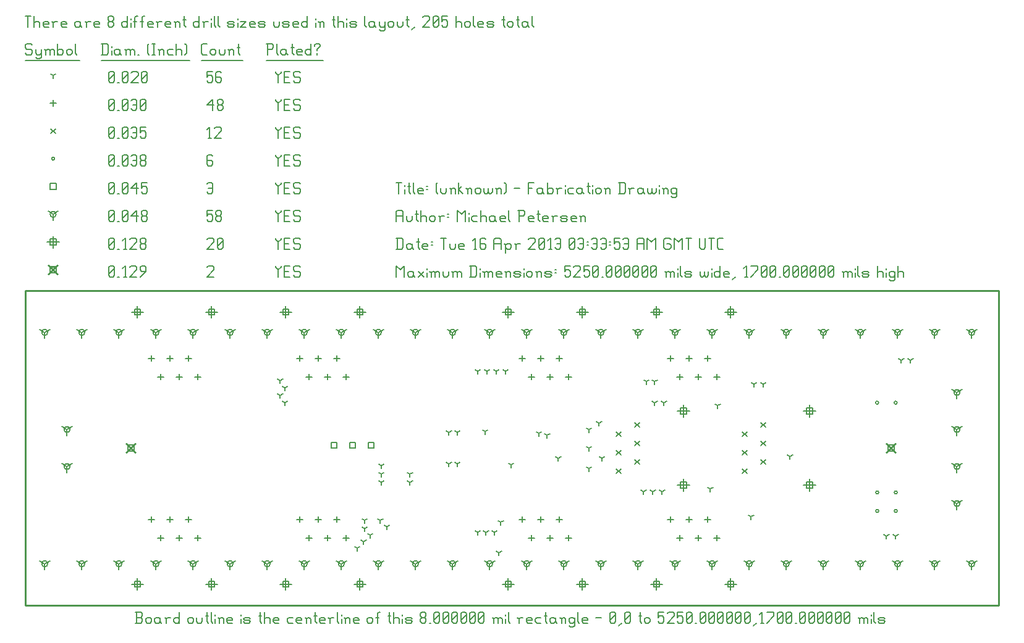
<source format=gbr>
G04 start of page 11 for group -3984 idx -3984 *
G04 Title: (unknown), fab *
G04 Creator: pcb 20110918 *
G04 CreationDate: Tue 16 Apr 2013 03:33:53 AM GMT UTC *
G04 For: railfan *
G04 Format: Gerber/RS-274X *
G04 PCB-Dimensions: 525000 170000 *
G04 PCB-Coordinate-Origin: lower left *
%MOIN*%
%FSLAX25Y25*%
%LNFAB*%
%ADD91C,0.0100*%
%ADD90C,0.0060*%
%ADD89R,0.0080X0.0080*%
%ADD88C,0.0001*%
G54D88*G36*
X464600Y87966D02*X469966Y82600D01*
X469400Y82034D01*
X464034Y87400D01*
X464600Y87966D01*
G37*
G36*
X464034Y82600D02*X469400Y87966D01*
X469966Y87400D01*
X464600Y82034D01*
X464034Y82600D01*
G37*
G54D89*X465400Y86600D02*X468600D01*
X465400D02*Y83400D01*
X468600D01*
Y86600D02*Y83400D01*
G54D88*G36*
X54600Y87966D02*X59966Y82600D01*
X59400Y82034D01*
X54034Y87400D01*
X54600Y87966D01*
G37*
G36*
X54034Y82600D02*X59400Y87966D01*
X59966Y87400D01*
X54600Y82034D01*
X54034Y82600D01*
G37*
G54D89*X55400Y86600D02*X58600D01*
X55400D02*Y83400D01*
X58600D01*
Y86600D02*Y83400D01*
G54D88*G36*
X12600Y184216D02*X17966Y178850D01*
X17400Y178284D01*
X12034Y183650D01*
X12600Y184216D01*
G37*
G36*
X12034Y178850D02*X17400Y184216D01*
X17966Y183650D01*
X12600Y178284D01*
X12034Y178850D01*
G37*
G54D89*X13400Y182850D02*X16600D01*
X13400D02*Y179650D01*
X16600D01*
Y182850D02*Y179650D01*
G54D90*X135000Y183500D02*Y182750D01*
X136500Y181250D01*
X138000Y182750D01*
Y183500D02*Y182750D01*
X136500Y181250D02*Y177500D01*
X139800Y180500D02*X142050D01*
X139800Y177500D02*X142800D01*
X139800Y183500D02*Y177500D01*
Y183500D02*X142800D01*
X147600D02*X148350Y182750D01*
X145350Y183500D02*X147600D01*
X144600Y182750D02*X145350Y183500D01*
X144600Y182750D02*Y181250D01*
X145350Y180500D01*
X147600D01*
X148350Y179750D01*
Y178250D01*
X147600Y177500D02*X148350Y178250D01*
X145350Y177500D02*X147600D01*
X144600Y178250D02*X145350Y177500D01*
X98000Y182750D02*X98750Y183500D01*
X101000D01*
X101750Y182750D01*
Y181250D01*
X98000Y177500D02*X101750Y181250D01*
X98000Y177500D02*X101750D01*
X45000Y178250D02*X45750Y177500D01*
X45000Y182750D02*Y178250D01*
Y182750D02*X45750Y183500D01*
X47250D01*
X48000Y182750D01*
Y178250D01*
X47250Y177500D02*X48000Y178250D01*
X45750Y177500D02*X47250D01*
X45000Y179000D02*X48000Y182000D01*
X49800Y177500D02*X50550D01*
X53100D02*X54600D01*
X53850Y183500D02*Y177500D01*
X52350Y182000D02*X53850Y183500D01*
X56400Y182750D02*X57150Y183500D01*
X59400D01*
X60150Y182750D01*
Y181250D01*
X56400Y177500D02*X60150Y181250D01*
X56400Y177500D02*X60150D01*
X61950D02*X64950Y180500D01*
Y182750D02*Y180500D01*
X64200Y183500D02*X64950Y182750D01*
X62700Y183500D02*X64200D01*
X61950Y182750D02*X62700Y183500D01*
X61950Y182750D02*Y181250D01*
X62700Y180500D01*
X64950D01*
X180500Y161700D02*Y155300D01*
X177300Y158500D02*X183700D01*
X178900Y160100D02*X182100D01*
X178900D02*Y156900D01*
X182100D01*
Y160100D02*Y156900D01*
X140500Y161700D02*Y155300D01*
X137300Y158500D02*X143700D01*
X138900Y160100D02*X142100D01*
X138900D02*Y156900D01*
X142100D01*
Y160100D02*Y156900D01*
X100500Y161700D02*Y155300D01*
X97300Y158500D02*X103700D01*
X98900Y160100D02*X102100D01*
X98900D02*Y156900D01*
X102100D01*
Y160100D02*Y156900D01*
X60500Y161700D02*Y155300D01*
X57300Y158500D02*X63700D01*
X58900Y160100D02*X62100D01*
X58900D02*Y156900D01*
X62100D01*
Y160100D02*Y156900D01*
X260500Y14700D02*Y8300D01*
X257300Y11500D02*X263700D01*
X258900Y13100D02*X262100D01*
X258900D02*Y9900D01*
X262100D01*
Y13100D02*Y9900D01*
X300500Y14700D02*Y8300D01*
X297300Y11500D02*X303700D01*
X298900Y13100D02*X302100D01*
X298900D02*Y9900D01*
X302100D01*
Y13100D02*Y9900D01*
X60500Y14700D02*Y8300D01*
X57300Y11500D02*X63700D01*
X58900Y13100D02*X62100D01*
X58900D02*Y9900D01*
X62100D01*
Y13100D02*Y9900D01*
X100500Y14700D02*Y8300D01*
X97300Y11500D02*X103700D01*
X98900Y13100D02*X102100D01*
X98900D02*Y9900D01*
X102100D01*
Y13100D02*Y9900D01*
X340500Y14700D02*Y8300D01*
X337300Y11500D02*X343700D01*
X338900Y13100D02*X342100D01*
X338900D02*Y9900D01*
X342100D01*
Y13100D02*Y9900D01*
X380500Y14700D02*Y8300D01*
X377300Y11500D02*X383700D01*
X378900Y13100D02*X382100D01*
X378900D02*Y9900D01*
X382100D01*
Y13100D02*Y9900D01*
X140500Y14700D02*Y8300D01*
X137300Y11500D02*X143700D01*
X138900Y13100D02*X142100D01*
X138900D02*Y9900D01*
X142100D01*
Y13100D02*Y9900D01*
X180500Y14700D02*Y8300D01*
X177300Y11500D02*X183700D01*
X178900Y13100D02*X182100D01*
X178900D02*Y9900D01*
X182100D01*
Y13100D02*Y9900D01*
X380500Y161700D02*Y155300D01*
X377300Y158500D02*X383700D01*
X378900Y160100D02*X382100D01*
X378900D02*Y156900D01*
X382100D01*
Y160100D02*Y156900D01*
X340500Y161700D02*Y155300D01*
X337300Y158500D02*X343700D01*
X338900Y160100D02*X342100D01*
X338900D02*Y156900D01*
X342100D01*
Y160100D02*Y156900D01*
X300500Y161700D02*Y155300D01*
X297300Y158500D02*X303700D01*
X298900Y160100D02*X302100D01*
X298900D02*Y156900D01*
X302100D01*
Y160100D02*Y156900D01*
X260500Y161700D02*Y155300D01*
X257300Y158500D02*X263700D01*
X258900Y160100D02*X262100D01*
X258900D02*Y156900D01*
X262100D01*
Y160100D02*Y156900D01*
X355000Y68200D02*Y61800D01*
X351800Y65000D02*X358200D01*
X353400Y66600D02*X356600D01*
X353400D02*Y63400D01*
X356600D01*
Y66600D02*Y63400D01*
X355000Y108200D02*Y101800D01*
X351800Y105000D02*X358200D01*
X353400Y106600D02*X356600D01*
X353400D02*Y103400D01*
X356600D01*
Y106600D02*Y103400D01*
X423000Y68200D02*Y61800D01*
X419800Y65000D02*X426200D01*
X421400Y66600D02*X424600D01*
X421400D02*Y63400D01*
X424600D01*
Y66600D02*Y63400D01*
X423000Y108200D02*Y101800D01*
X419800Y105000D02*X426200D01*
X421400Y106600D02*X424600D01*
X421400D02*Y103400D01*
X424600D01*
Y106600D02*Y103400D01*
X15000Y199450D02*Y193050D01*
X11800Y196250D02*X18200D01*
X13400Y197850D02*X16600D01*
X13400D02*Y194650D01*
X16600D01*
Y197850D02*Y194650D01*
X135000Y198500D02*Y197750D01*
X136500Y196250D01*
X138000Y197750D01*
Y198500D02*Y197750D01*
X136500Y196250D02*Y192500D01*
X139800Y195500D02*X142050D01*
X139800Y192500D02*X142800D01*
X139800Y198500D02*Y192500D01*
Y198500D02*X142800D01*
X147600D02*X148350Y197750D01*
X145350Y198500D02*X147600D01*
X144600Y197750D02*X145350Y198500D01*
X144600Y197750D02*Y196250D01*
X145350Y195500D01*
X147600D01*
X148350Y194750D01*
Y193250D01*
X147600Y192500D02*X148350Y193250D01*
X145350Y192500D02*X147600D01*
X144600Y193250D02*X145350Y192500D01*
X98000Y197750D02*X98750Y198500D01*
X101000D01*
X101750Y197750D01*
Y196250D01*
X98000Y192500D02*X101750Y196250D01*
X98000Y192500D02*X101750D01*
X103550Y193250D02*X104300Y192500D01*
X103550Y197750D02*Y193250D01*
Y197750D02*X104300Y198500D01*
X105800D01*
X106550Y197750D01*
Y193250D01*
X105800Y192500D02*X106550Y193250D01*
X104300Y192500D02*X105800D01*
X103550Y194000D02*X106550Y197000D01*
X45000Y193250D02*X45750Y192500D01*
X45000Y197750D02*Y193250D01*
Y197750D02*X45750Y198500D01*
X47250D01*
X48000Y197750D01*
Y193250D01*
X47250Y192500D02*X48000Y193250D01*
X45750Y192500D02*X47250D01*
X45000Y194000D02*X48000Y197000D01*
X49800Y192500D02*X50550D01*
X53100D02*X54600D01*
X53850Y198500D02*Y192500D01*
X52350Y197000D02*X53850Y198500D01*
X56400Y197750D02*X57150Y198500D01*
X59400D01*
X60150Y197750D01*
Y196250D01*
X56400Y192500D02*X60150Y196250D01*
X56400Y192500D02*X60150D01*
X61950Y193250D02*X62700Y192500D01*
X61950Y194750D02*Y193250D01*
Y194750D02*X62700Y195500D01*
X64200D01*
X64950Y194750D01*
Y193250D01*
X64200Y192500D02*X64950Y193250D01*
X62700Y192500D02*X64200D01*
X61950Y196250D02*X62700Y195500D01*
X61950Y197750D02*Y196250D01*
Y197750D02*X62700Y198500D01*
X64200D01*
X64950Y197750D01*
Y196250D01*
X64200Y195500D02*X64950Y196250D01*
X290500Y22500D02*Y19300D01*
Y22500D02*X293273Y24100D01*
X290500Y22500D02*X287727Y24100D01*
X288900Y22500D02*G75*G03X292100Y22500I1600J0D01*G01*
G75*G03X288900Y22500I-1600J0D01*G01*
X310500D02*Y19300D01*
Y22500D02*X313273Y24100D01*
X310500Y22500D02*X307727Y24100D01*
X308900Y22500D02*G75*G03X312100Y22500I1600J0D01*G01*
G75*G03X308900Y22500I-1600J0D01*G01*
X502500Y95000D02*Y91800D01*
Y95000D02*X505273Y96600D01*
X502500Y95000D02*X499727Y96600D01*
X500900Y95000D02*G75*G03X504100Y95000I1600J0D01*G01*
G75*G03X500900Y95000I-1600J0D01*G01*
X502500Y115000D02*Y111800D01*
Y115000D02*X505273Y116600D01*
X502500Y115000D02*X499727Y116600D01*
X500900Y115000D02*G75*G03X504100Y115000I1600J0D01*G01*
G75*G03X500900Y115000I-1600J0D01*G01*
X502500Y55000D02*Y51800D01*
Y55000D02*X505273Y56600D01*
X502500Y55000D02*X499727Y56600D01*
X500900Y55000D02*G75*G03X504100Y55000I1600J0D01*G01*
G75*G03X500900Y55000I-1600J0D01*G01*
X502500Y75000D02*Y71800D01*
Y75000D02*X505273Y76600D01*
X502500Y75000D02*X499727Y76600D01*
X500900Y75000D02*G75*G03X504100Y75000I1600J0D01*G01*
G75*G03X500900Y75000I-1600J0D01*G01*
X150500Y147500D02*Y144300D01*
Y147500D02*X153273Y149100D01*
X150500Y147500D02*X147727Y149100D01*
X148900Y147500D02*G75*G03X152100Y147500I1600J0D01*G01*
G75*G03X148900Y147500I-1600J0D01*G01*
X130500D02*Y144300D01*
Y147500D02*X133273Y149100D01*
X130500Y147500D02*X127727Y149100D01*
X128900Y147500D02*G75*G03X132100Y147500I1600J0D01*G01*
G75*G03X128900Y147500I-1600J0D01*G01*
X30500D02*Y144300D01*
Y147500D02*X33273Y149100D01*
X30500Y147500D02*X27727Y149100D01*
X28900Y147500D02*G75*G03X32100Y147500I1600J0D01*G01*
G75*G03X28900Y147500I-1600J0D01*G01*
X10500D02*Y144300D01*
Y147500D02*X13273Y149100D01*
X10500Y147500D02*X7727Y149100D01*
X8900Y147500D02*G75*G03X12100Y147500I1600J0D01*G01*
G75*G03X8900Y147500I-1600J0D01*G01*
X470500D02*Y144300D01*
Y147500D02*X473273Y149100D01*
X470500Y147500D02*X467727Y149100D01*
X468900Y147500D02*G75*G03X472100Y147500I1600J0D01*G01*
G75*G03X468900Y147500I-1600J0D01*G01*
X450500D02*Y144300D01*
Y147500D02*X453273Y149100D01*
X450500Y147500D02*X447727Y149100D01*
X448900Y147500D02*G75*G03X452100Y147500I1600J0D01*G01*
G75*G03X448900Y147500I-1600J0D01*G01*
X510500D02*Y144300D01*
Y147500D02*X513273Y149100D01*
X510500Y147500D02*X507727Y149100D01*
X508900Y147500D02*G75*G03X512100Y147500I1600J0D01*G01*
G75*G03X508900Y147500I-1600J0D01*G01*
X490500D02*Y144300D01*
Y147500D02*X493273Y149100D01*
X490500Y147500D02*X487727Y149100D01*
X488900Y147500D02*G75*G03X492100Y147500I1600J0D01*G01*
G75*G03X488900Y147500I-1600J0D01*G01*
X490500Y22500D02*Y19300D01*
Y22500D02*X493273Y24100D01*
X490500Y22500D02*X487727Y24100D01*
X488900Y22500D02*G75*G03X492100Y22500I1600J0D01*G01*
G75*G03X488900Y22500I-1600J0D01*G01*
X510500D02*Y19300D01*
Y22500D02*X513273Y24100D01*
X510500Y22500D02*X507727Y24100D01*
X508900Y22500D02*G75*G03X512100Y22500I1600J0D01*G01*
G75*G03X508900Y22500I-1600J0D01*G01*
X50500D02*Y19300D01*
Y22500D02*X53273Y24100D01*
X50500Y22500D02*X47727Y24100D01*
X48900Y22500D02*G75*G03X52100Y22500I1600J0D01*G01*
G75*G03X48900Y22500I-1600J0D01*G01*
X70500D02*Y19300D01*
Y22500D02*X73273Y24100D01*
X70500Y22500D02*X67727Y24100D01*
X68900Y22500D02*G75*G03X72100Y22500I1600J0D01*G01*
G75*G03X68900Y22500I-1600J0D01*G01*
X250500D02*Y19300D01*
Y22500D02*X253273Y24100D01*
X250500Y22500D02*X247727Y24100D01*
X248900Y22500D02*G75*G03X252100Y22500I1600J0D01*G01*
G75*G03X248900Y22500I-1600J0D01*G01*
X270500D02*Y19300D01*
Y22500D02*X273273Y24100D01*
X270500Y22500D02*X267727Y24100D01*
X268900Y22500D02*G75*G03X272100Y22500I1600J0D01*G01*
G75*G03X268900Y22500I-1600J0D01*G01*
X70500Y147500D02*Y144300D01*
Y147500D02*X73273Y149100D01*
X70500Y147500D02*X67727Y149100D01*
X68900Y147500D02*G75*G03X72100Y147500I1600J0D01*G01*
G75*G03X68900Y147500I-1600J0D01*G01*
X50500D02*Y144300D01*
Y147500D02*X53273Y149100D01*
X50500Y147500D02*X47727Y149100D01*
X48900Y147500D02*G75*G03X52100Y147500I1600J0D01*G01*
G75*G03X48900Y147500I-1600J0D01*G01*
X370500Y22500D02*Y19300D01*
Y22500D02*X373273Y24100D01*
X370500Y22500D02*X367727Y24100D01*
X368900Y22500D02*G75*G03X372100Y22500I1600J0D01*G01*
G75*G03X368900Y22500I-1600J0D01*G01*
X390500D02*Y19300D01*
Y22500D02*X393273Y24100D01*
X390500Y22500D02*X387727Y24100D01*
X388900Y22500D02*G75*G03X392100Y22500I1600J0D01*G01*
G75*G03X388900Y22500I-1600J0D01*G01*
X90500D02*Y19300D01*
Y22500D02*X93273Y24100D01*
X90500Y22500D02*X87727Y24100D01*
X88900Y22500D02*G75*G03X92100Y22500I1600J0D01*G01*
G75*G03X88900Y22500I-1600J0D01*G01*
X110500D02*Y19300D01*
Y22500D02*X113273Y24100D01*
X110500Y22500D02*X107727Y24100D01*
X108900Y22500D02*G75*G03X112100Y22500I1600J0D01*G01*
G75*G03X108900Y22500I-1600J0D01*G01*
X170500D02*Y19300D01*
Y22500D02*X173273Y24100D01*
X170500Y22500D02*X167727Y24100D01*
X168900Y22500D02*G75*G03X172100Y22500I1600J0D01*G01*
G75*G03X168900Y22500I-1600J0D01*G01*
X190500D02*Y19300D01*
Y22500D02*X193273Y24100D01*
X190500Y22500D02*X187727Y24100D01*
X188900Y22500D02*G75*G03X192100Y22500I1600J0D01*G01*
G75*G03X188900Y22500I-1600J0D01*G01*
X130500D02*Y19300D01*
Y22500D02*X133273Y24100D01*
X130500Y22500D02*X127727Y24100D01*
X128900Y22500D02*G75*G03X132100Y22500I1600J0D01*G01*
G75*G03X128900Y22500I-1600J0D01*G01*
X150500D02*Y19300D01*
Y22500D02*X153273Y24100D01*
X150500Y22500D02*X147727Y24100D01*
X148900Y22500D02*G75*G03X152100Y22500I1600J0D01*G01*
G75*G03X148900Y22500I-1600J0D01*G01*
X210500D02*Y19300D01*
Y22500D02*X213273Y24100D01*
X210500Y22500D02*X207727Y24100D01*
X208900Y22500D02*G75*G03X212100Y22500I1600J0D01*G01*
G75*G03X208900Y22500I-1600J0D01*G01*
X230500D02*Y19300D01*
Y22500D02*X233273Y24100D01*
X230500Y22500D02*X227727Y24100D01*
X228900Y22500D02*G75*G03X232100Y22500I1600J0D01*G01*
G75*G03X228900Y22500I-1600J0D01*G01*
X230500Y147500D02*Y144300D01*
Y147500D02*X233273Y149100D01*
X230500Y147500D02*X227727Y149100D01*
X228900Y147500D02*G75*G03X232100Y147500I1600J0D01*G01*
G75*G03X228900Y147500I-1600J0D01*G01*
X210500D02*Y144300D01*
Y147500D02*X213273Y149100D01*
X210500Y147500D02*X207727Y149100D01*
X208900Y147500D02*G75*G03X212100Y147500I1600J0D01*G01*
G75*G03X208900Y147500I-1600J0D01*G01*
X330500Y22500D02*Y19300D01*
Y22500D02*X333273Y24100D01*
X330500Y22500D02*X327727Y24100D01*
X328900Y22500D02*G75*G03X332100Y22500I1600J0D01*G01*
G75*G03X328900Y22500I-1600J0D01*G01*
X350500D02*Y19300D01*
Y22500D02*X353273Y24100D01*
X350500Y22500D02*X347727Y24100D01*
X348900Y22500D02*G75*G03X352100Y22500I1600J0D01*G01*
G75*G03X348900Y22500I-1600J0D01*G01*
X450500D02*Y19300D01*
Y22500D02*X453273Y24100D01*
X450500Y22500D02*X447727Y24100D01*
X448900Y22500D02*G75*G03X452100Y22500I1600J0D01*G01*
G75*G03X448900Y22500I-1600J0D01*G01*
X470500D02*Y19300D01*
Y22500D02*X473273Y24100D01*
X470500Y22500D02*X467727Y24100D01*
X468900Y22500D02*G75*G03X472100Y22500I1600J0D01*G01*
G75*G03X468900Y22500I-1600J0D01*G01*
X390500Y147500D02*Y144300D01*
Y147500D02*X393273Y149100D01*
X390500Y147500D02*X387727Y149100D01*
X388900Y147500D02*G75*G03X392100Y147500I1600J0D01*G01*
G75*G03X388900Y147500I-1600J0D01*G01*
X370500D02*Y144300D01*
Y147500D02*X373273Y149100D01*
X370500Y147500D02*X367727Y149100D01*
X368900Y147500D02*G75*G03X372100Y147500I1600J0D01*G01*
G75*G03X368900Y147500I-1600J0D01*G01*
X270500D02*Y144300D01*
Y147500D02*X273273Y149100D01*
X270500Y147500D02*X267727Y149100D01*
X268900Y147500D02*G75*G03X272100Y147500I1600J0D01*G01*
G75*G03X268900Y147500I-1600J0D01*G01*
X250500D02*Y144300D01*
Y147500D02*X253273Y149100D01*
X250500Y147500D02*X247727Y149100D01*
X248900Y147500D02*G75*G03X252100Y147500I1600J0D01*G01*
G75*G03X248900Y147500I-1600J0D01*G01*
X22500Y95000D02*Y91800D01*
Y95000D02*X25273Y96600D01*
X22500Y95000D02*X19727Y96600D01*
X20900Y95000D02*G75*G03X24100Y95000I1600J0D01*G01*
G75*G03X20900Y95000I-1600J0D01*G01*
X22500Y75000D02*Y71800D01*
Y75000D02*X25273Y76600D01*
X22500Y75000D02*X19727Y76600D01*
X20900Y75000D02*G75*G03X24100Y75000I1600J0D01*G01*
G75*G03X20900Y75000I-1600J0D01*G01*
X350500Y147500D02*Y144300D01*
Y147500D02*X353273Y149100D01*
X350500Y147500D02*X347727Y149100D01*
X348900Y147500D02*G75*G03X352100Y147500I1600J0D01*G01*
G75*G03X348900Y147500I-1600J0D01*G01*
X330500D02*Y144300D01*
Y147500D02*X333273Y149100D01*
X330500Y147500D02*X327727Y149100D01*
X328900Y147500D02*G75*G03X332100Y147500I1600J0D01*G01*
G75*G03X328900Y147500I-1600J0D01*G01*
X310500D02*Y144300D01*
Y147500D02*X313273Y149100D01*
X310500Y147500D02*X307727Y149100D01*
X308900Y147500D02*G75*G03X312100Y147500I1600J0D01*G01*
G75*G03X308900Y147500I-1600J0D01*G01*
X290500D02*Y144300D01*
Y147500D02*X293273Y149100D01*
X290500Y147500D02*X287727Y149100D01*
X288900Y147500D02*G75*G03X292100Y147500I1600J0D01*G01*
G75*G03X288900Y147500I-1600J0D01*G01*
X430500D02*Y144300D01*
Y147500D02*X433273Y149100D01*
X430500Y147500D02*X427727Y149100D01*
X428900Y147500D02*G75*G03X432100Y147500I1600J0D01*G01*
G75*G03X428900Y147500I-1600J0D01*G01*
X410500D02*Y144300D01*
Y147500D02*X413273Y149100D01*
X410500Y147500D02*X407727Y149100D01*
X408900Y147500D02*G75*G03X412100Y147500I1600J0D01*G01*
G75*G03X408900Y147500I-1600J0D01*G01*
X110500D02*Y144300D01*
Y147500D02*X113273Y149100D01*
X110500Y147500D02*X107727Y149100D01*
X108900Y147500D02*G75*G03X112100Y147500I1600J0D01*G01*
G75*G03X108900Y147500I-1600J0D01*G01*
X90500D02*Y144300D01*
Y147500D02*X93273Y149100D01*
X90500Y147500D02*X87727Y149100D01*
X88900Y147500D02*G75*G03X92100Y147500I1600J0D01*G01*
G75*G03X88900Y147500I-1600J0D01*G01*
X190500D02*Y144300D01*
Y147500D02*X193273Y149100D01*
X190500Y147500D02*X187727Y149100D01*
X188900Y147500D02*G75*G03X192100Y147500I1600J0D01*G01*
G75*G03X188900Y147500I-1600J0D01*G01*
X170500D02*Y144300D01*
Y147500D02*X173273Y149100D01*
X170500Y147500D02*X167727Y149100D01*
X168900Y147500D02*G75*G03X172100Y147500I1600J0D01*G01*
G75*G03X168900Y147500I-1600J0D01*G01*
X410500Y22500D02*Y19300D01*
Y22500D02*X413273Y24100D01*
X410500Y22500D02*X407727Y24100D01*
X408900Y22500D02*G75*G03X412100Y22500I1600J0D01*G01*
G75*G03X408900Y22500I-1600J0D01*G01*
X430500D02*Y19300D01*
Y22500D02*X433273Y24100D01*
X430500Y22500D02*X427727Y24100D01*
X428900Y22500D02*G75*G03X432100Y22500I1600J0D01*G01*
G75*G03X428900Y22500I-1600J0D01*G01*
X10500D02*Y19300D01*
Y22500D02*X13273Y24100D01*
X10500Y22500D02*X7727Y24100D01*
X8900Y22500D02*G75*G03X12100Y22500I1600J0D01*G01*
G75*G03X8900Y22500I-1600J0D01*G01*
X30500D02*Y19300D01*
Y22500D02*X33273Y24100D01*
X30500Y22500D02*X27727Y24100D01*
X28900Y22500D02*G75*G03X32100Y22500I1600J0D01*G01*
G75*G03X28900Y22500I-1600J0D01*G01*
X15000Y211250D02*Y208050D01*
Y211250D02*X17773Y212850D01*
X15000Y211250D02*X12227Y212850D01*
X13400Y211250D02*G75*G03X16600Y211250I1600J0D01*G01*
G75*G03X13400Y211250I-1600J0D01*G01*
X135000Y213500D02*Y212750D01*
X136500Y211250D01*
X138000Y212750D01*
Y213500D02*Y212750D01*
X136500Y211250D02*Y207500D01*
X139800Y210500D02*X142050D01*
X139800Y207500D02*X142800D01*
X139800Y213500D02*Y207500D01*
Y213500D02*X142800D01*
X147600D02*X148350Y212750D01*
X145350Y213500D02*X147600D01*
X144600Y212750D02*X145350Y213500D01*
X144600Y212750D02*Y211250D01*
X145350Y210500D01*
X147600D01*
X148350Y209750D01*
Y208250D01*
X147600Y207500D02*X148350Y208250D01*
X145350Y207500D02*X147600D01*
X144600Y208250D02*X145350Y207500D01*
X98000Y213500D02*X101000D01*
X98000D02*Y210500D01*
X98750Y211250D01*
X100250D01*
X101000Y210500D01*
Y208250D01*
X100250Y207500D02*X101000Y208250D01*
X98750Y207500D02*X100250D01*
X98000Y208250D02*X98750Y207500D01*
X102800Y208250D02*X103550Y207500D01*
X102800Y209750D02*Y208250D01*
Y209750D02*X103550Y210500D01*
X105050D01*
X105800Y209750D01*
Y208250D01*
X105050Y207500D02*X105800Y208250D01*
X103550Y207500D02*X105050D01*
X102800Y211250D02*X103550Y210500D01*
X102800Y212750D02*Y211250D01*
Y212750D02*X103550Y213500D01*
X105050D01*
X105800Y212750D01*
Y211250D01*
X105050Y210500D02*X105800Y211250D01*
X45000Y208250D02*X45750Y207500D01*
X45000Y212750D02*Y208250D01*
Y212750D02*X45750Y213500D01*
X47250D01*
X48000Y212750D01*
Y208250D01*
X47250Y207500D02*X48000Y208250D01*
X45750Y207500D02*X47250D01*
X45000Y209000D02*X48000Y212000D01*
X49800Y207500D02*X50550D01*
X52350Y208250D02*X53100Y207500D01*
X52350Y212750D02*Y208250D01*
Y212750D02*X53100Y213500D01*
X54600D01*
X55350Y212750D01*
Y208250D01*
X54600Y207500D02*X55350Y208250D01*
X53100Y207500D02*X54600D01*
X52350Y209000D02*X55350Y212000D01*
X57150Y210500D02*X60150Y213500D01*
X57150Y210500D02*X60900D01*
X60150Y213500D02*Y207500D01*
X62700Y208250D02*X63450Y207500D01*
X62700Y209750D02*Y208250D01*
Y209750D02*X63450Y210500D01*
X64950D01*
X65700Y209750D01*
Y208250D01*
X64950Y207500D02*X65700Y208250D01*
X63450Y207500D02*X64950D01*
X62700Y211250D02*X63450Y210500D01*
X62700Y212750D02*Y211250D01*
Y212750D02*X63450Y213500D01*
X64950D01*
X65700Y212750D01*
Y211250D01*
X64950Y210500D02*X65700Y211250D01*
X184900Y88100D02*X188100D01*
X184900D02*Y84900D01*
X188100D01*
Y88100D02*Y84900D01*
X174900Y88100D02*X178100D01*
X174900D02*Y84900D01*
X178100D01*
Y88100D02*Y84900D01*
X164900Y88100D02*X168100D01*
X164900D02*Y84900D01*
X168100D01*
Y88100D02*Y84900D01*
X13400Y227850D02*X16600D01*
X13400D02*Y224650D01*
X16600D01*
Y227850D02*Y224650D01*
X135000Y228500D02*Y227750D01*
X136500Y226250D01*
X138000Y227750D01*
Y228500D02*Y227750D01*
X136500Y226250D02*Y222500D01*
X139800Y225500D02*X142050D01*
X139800Y222500D02*X142800D01*
X139800Y228500D02*Y222500D01*
Y228500D02*X142800D01*
X147600D02*X148350Y227750D01*
X145350Y228500D02*X147600D01*
X144600Y227750D02*X145350Y228500D01*
X144600Y227750D02*Y226250D01*
X145350Y225500D01*
X147600D01*
X148350Y224750D01*
Y223250D01*
X147600Y222500D02*X148350Y223250D01*
X145350Y222500D02*X147600D01*
X144600Y223250D02*X145350Y222500D01*
X98000Y227750D02*X98750Y228500D01*
X100250D01*
X101000Y227750D01*
Y223250D01*
X100250Y222500D02*X101000Y223250D01*
X98750Y222500D02*X100250D01*
X98000Y223250D02*X98750Y222500D01*
Y225500D02*X101000D01*
X45000Y223250D02*X45750Y222500D01*
X45000Y227750D02*Y223250D01*
Y227750D02*X45750Y228500D01*
X47250D01*
X48000Y227750D01*
Y223250D01*
X47250Y222500D02*X48000Y223250D01*
X45750Y222500D02*X47250D01*
X45000Y224000D02*X48000Y227000D01*
X49800Y222500D02*X50550D01*
X52350Y223250D02*X53100Y222500D01*
X52350Y227750D02*Y223250D01*
Y227750D02*X53100Y228500D01*
X54600D01*
X55350Y227750D01*
Y223250D01*
X54600Y222500D02*X55350Y223250D01*
X53100Y222500D02*X54600D01*
X52350Y224000D02*X55350Y227000D01*
X57150Y225500D02*X60150Y228500D01*
X57150Y225500D02*X60900D01*
X60150Y228500D02*Y222500D01*
X62700Y228500D02*X65700D01*
X62700D02*Y225500D01*
X63450Y226250D01*
X64950D01*
X65700Y225500D01*
Y223250D01*
X64950Y222500D02*X65700Y223250D01*
X63450Y222500D02*X64950D01*
X62700Y223250D02*X63450Y222500D01*
X458700Y109500D02*G75*G03X460300Y109500I800J0D01*G01*
G75*G03X458700Y109500I-800J0D01*G01*
X468700D02*G75*G03X470300Y109500I800J0D01*G01*
G75*G03X468700Y109500I-800J0D01*G01*
X458700Y51000D02*G75*G03X460300Y51000I800J0D01*G01*
G75*G03X458700Y51000I-800J0D01*G01*
X468700D02*G75*G03X470300Y51000I800J0D01*G01*
G75*G03X468700Y51000I-800J0D01*G01*
X458700Y61000D02*G75*G03X460300Y61000I800J0D01*G01*
G75*G03X458700Y61000I-800J0D01*G01*
X468700D02*G75*G03X470300Y61000I800J0D01*G01*
G75*G03X468700Y61000I-800J0D01*G01*
X14200Y241250D02*G75*G03X15800Y241250I800J0D01*G01*
G75*G03X14200Y241250I-800J0D01*G01*
X135000Y243500D02*Y242750D01*
X136500Y241250D01*
X138000Y242750D01*
Y243500D02*Y242750D01*
X136500Y241250D02*Y237500D01*
X139800Y240500D02*X142050D01*
X139800Y237500D02*X142800D01*
X139800Y243500D02*Y237500D01*
Y243500D02*X142800D01*
X147600D02*X148350Y242750D01*
X145350Y243500D02*X147600D01*
X144600Y242750D02*X145350Y243500D01*
X144600Y242750D02*Y241250D01*
X145350Y240500D01*
X147600D01*
X148350Y239750D01*
Y238250D01*
X147600Y237500D02*X148350Y238250D01*
X145350Y237500D02*X147600D01*
X144600Y238250D02*X145350Y237500D01*
X100250Y243500D02*X101000Y242750D01*
X98750Y243500D02*X100250D01*
X98000Y242750D02*X98750Y243500D01*
X98000Y242750D02*Y238250D01*
X98750Y237500D01*
X100250Y240500D02*X101000Y239750D01*
X98000Y240500D02*X100250D01*
X98750Y237500D02*X100250D01*
X101000Y238250D01*
Y239750D02*Y238250D01*
X45000D02*X45750Y237500D01*
X45000Y242750D02*Y238250D01*
Y242750D02*X45750Y243500D01*
X47250D01*
X48000Y242750D01*
Y238250D01*
X47250Y237500D02*X48000Y238250D01*
X45750Y237500D02*X47250D01*
X45000Y239000D02*X48000Y242000D01*
X49800Y237500D02*X50550D01*
X52350Y238250D02*X53100Y237500D01*
X52350Y242750D02*Y238250D01*
Y242750D02*X53100Y243500D01*
X54600D01*
X55350Y242750D01*
Y238250D01*
X54600Y237500D02*X55350Y238250D01*
X53100Y237500D02*X54600D01*
X52350Y239000D02*X55350Y242000D01*
X57150Y242750D02*X57900Y243500D01*
X59400D01*
X60150Y242750D01*
Y238250D01*
X59400Y237500D02*X60150Y238250D01*
X57900Y237500D02*X59400D01*
X57150Y238250D02*X57900Y237500D01*
Y240500D02*X60150D01*
X61950Y238250D02*X62700Y237500D01*
X61950Y239750D02*Y238250D01*
Y239750D02*X62700Y240500D01*
X64200D01*
X64950Y239750D01*
Y238250D01*
X64200Y237500D02*X64950Y238250D01*
X62700Y237500D02*X64200D01*
X61950Y241250D02*X62700Y240500D01*
X61950Y242750D02*Y241250D01*
Y242750D02*X62700Y243500D01*
X64200D01*
X64950Y242750D01*
Y241250D01*
X64200Y240500D02*X64950Y241250D01*
X318800Y73700D02*X321200Y71300D01*
X318800D02*X321200Y73700D01*
X328800Y78700D02*X331200Y76300D01*
X328800D02*X331200Y78700D01*
X318800Y83700D02*X321200Y81300D01*
X318800D02*X321200Y83700D01*
X328800Y88700D02*X331200Y86300D01*
X328800D02*X331200Y88700D01*
X318800Y93700D02*X321200Y91300D01*
X318800D02*X321200Y93700D01*
X328800Y98700D02*X331200Y96300D01*
X328800D02*X331200Y98700D01*
X386800Y73700D02*X389200Y71300D01*
X386800D02*X389200Y73700D01*
X396800Y78700D02*X399200Y76300D01*
X396800D02*X399200Y78700D01*
X386800Y83700D02*X389200Y81300D01*
X386800D02*X389200Y83700D01*
X396800Y88700D02*X399200Y86300D01*
X396800D02*X399200Y88700D01*
X386800Y93700D02*X389200Y91300D01*
X386800D02*X389200Y93700D01*
X396800Y98700D02*X399200Y96300D01*
X396800D02*X399200Y98700D01*
X13800Y257450D02*X16200Y255050D01*
X13800D02*X16200Y257450D01*
X135000Y258500D02*Y257750D01*
X136500Y256250D01*
X138000Y257750D01*
Y258500D02*Y257750D01*
X136500Y256250D02*Y252500D01*
X139800Y255500D02*X142050D01*
X139800Y252500D02*X142800D01*
X139800Y258500D02*Y252500D01*
Y258500D02*X142800D01*
X147600D02*X148350Y257750D01*
X145350Y258500D02*X147600D01*
X144600Y257750D02*X145350Y258500D01*
X144600Y257750D02*Y256250D01*
X145350Y255500D01*
X147600D01*
X148350Y254750D01*
Y253250D01*
X147600Y252500D02*X148350Y253250D01*
X145350Y252500D02*X147600D01*
X144600Y253250D02*X145350Y252500D01*
X98750D02*X100250D01*
X99500Y258500D02*Y252500D01*
X98000Y257000D02*X99500Y258500D01*
X102050Y257750D02*X102800Y258500D01*
X105050D01*
X105800Y257750D01*
Y256250D01*
X102050Y252500D02*X105800Y256250D01*
X102050Y252500D02*X105800D01*
X45000Y253250D02*X45750Y252500D01*
X45000Y257750D02*Y253250D01*
Y257750D02*X45750Y258500D01*
X47250D01*
X48000Y257750D01*
Y253250D01*
X47250Y252500D02*X48000Y253250D01*
X45750Y252500D02*X47250D01*
X45000Y254000D02*X48000Y257000D01*
X49800Y252500D02*X50550D01*
X52350Y253250D02*X53100Y252500D01*
X52350Y257750D02*Y253250D01*
Y257750D02*X53100Y258500D01*
X54600D01*
X55350Y257750D01*
Y253250D01*
X54600Y252500D02*X55350Y253250D01*
X53100Y252500D02*X54600D01*
X52350Y254000D02*X55350Y257000D01*
X57150Y257750D02*X57900Y258500D01*
X59400D01*
X60150Y257750D01*
Y253250D01*
X59400Y252500D02*X60150Y253250D01*
X57900Y252500D02*X59400D01*
X57150Y253250D02*X57900Y252500D01*
Y255500D02*X60150D01*
X61950Y258500D02*X64950D01*
X61950D02*Y255500D01*
X62700Y256250D01*
X64200D01*
X64950Y255500D01*
Y253250D01*
X64200Y252500D02*X64950Y253250D01*
X62700Y252500D02*X64200D01*
X61950Y253250D02*X62700Y252500D01*
X173000Y125100D02*Y121900D01*
X171400Y123500D02*X174600D01*
X168000Y135100D02*Y131900D01*
X166400Y133500D02*X169600D01*
X163000Y125100D02*Y121900D01*
X161400Y123500D02*X164600D01*
X158000Y135100D02*Y131900D01*
X156400Y133500D02*X159600D01*
X153000Y125100D02*Y121900D01*
X151400Y123500D02*X154600D01*
X148000Y135100D02*Y131900D01*
X146400Y133500D02*X149600D01*
X93000Y125100D02*Y121900D01*
X91400Y123500D02*X94600D01*
X88000Y135100D02*Y131900D01*
X86400Y133500D02*X89600D01*
X83000Y125100D02*Y121900D01*
X81400Y123500D02*X84600D01*
X78000Y135100D02*Y131900D01*
X76400Y133500D02*X79600D01*
X73000Y125100D02*Y121900D01*
X71400Y123500D02*X74600D01*
X68000Y135100D02*Y131900D01*
X66400Y133500D02*X69600D01*
X268000Y48100D02*Y44900D01*
X266400Y46500D02*X269600D01*
X273000Y38100D02*Y34900D01*
X271400Y36500D02*X274600D01*
X278000Y48100D02*Y44900D01*
X276400Y46500D02*X279600D01*
X283000Y38100D02*Y34900D01*
X281400Y36500D02*X284600D01*
X288000Y48100D02*Y44900D01*
X286400Y46500D02*X289600D01*
X293000Y38100D02*Y34900D01*
X291400Y36500D02*X294600D01*
X68000Y48100D02*Y44900D01*
X66400Y46500D02*X69600D01*
X73000Y38100D02*Y34900D01*
X71400Y36500D02*X74600D01*
X78000Y48100D02*Y44900D01*
X76400Y46500D02*X79600D01*
X83000Y38100D02*Y34900D01*
X81400Y36500D02*X84600D01*
X88000Y48100D02*Y44900D01*
X86400Y46500D02*X89600D01*
X93000Y38100D02*Y34900D01*
X91400Y36500D02*X94600D01*
X348000Y48100D02*Y44900D01*
X346400Y46500D02*X349600D01*
X353000Y38100D02*Y34900D01*
X351400Y36500D02*X354600D01*
X358000Y48100D02*Y44900D01*
X356400Y46500D02*X359600D01*
X363000Y38100D02*Y34900D01*
X361400Y36500D02*X364600D01*
X368000Y48100D02*Y44900D01*
X366400Y46500D02*X369600D01*
X373000Y38100D02*Y34900D01*
X371400Y36500D02*X374600D01*
X148000Y48100D02*Y44900D01*
X146400Y46500D02*X149600D01*
X153000Y38100D02*Y34900D01*
X151400Y36500D02*X154600D01*
X158000Y48100D02*Y44900D01*
X156400Y46500D02*X159600D01*
X163000Y38100D02*Y34900D01*
X161400Y36500D02*X164600D01*
X168000Y48100D02*Y44900D01*
X166400Y46500D02*X169600D01*
X173000Y38100D02*Y34900D01*
X171400Y36500D02*X174600D01*
X373000Y125100D02*Y121900D01*
X371400Y123500D02*X374600D01*
X368000Y135100D02*Y131900D01*
X366400Y133500D02*X369600D01*
X363000Y125100D02*Y121900D01*
X361400Y123500D02*X364600D01*
X358000Y135100D02*Y131900D01*
X356400Y133500D02*X359600D01*
X353000Y125100D02*Y121900D01*
X351400Y123500D02*X354600D01*
X348000Y135100D02*Y131900D01*
X346400Y133500D02*X349600D01*
X293000Y125100D02*Y121900D01*
X291400Y123500D02*X294600D01*
X288000Y135100D02*Y131900D01*
X286400Y133500D02*X289600D01*
X283000Y125100D02*Y121900D01*
X281400Y123500D02*X284600D01*
X278000Y135100D02*Y131900D01*
X276400Y133500D02*X279600D01*
X273000Y125100D02*Y121900D01*
X271400Y123500D02*X274600D01*
X268000Y135100D02*Y131900D01*
X266400Y133500D02*X269600D01*
X15000Y272850D02*Y269650D01*
X13400Y271250D02*X16600D01*
X135000Y273500D02*Y272750D01*
X136500Y271250D01*
X138000Y272750D01*
Y273500D02*Y272750D01*
X136500Y271250D02*Y267500D01*
X139800Y270500D02*X142050D01*
X139800Y267500D02*X142800D01*
X139800Y273500D02*Y267500D01*
Y273500D02*X142800D01*
X147600D02*X148350Y272750D01*
X145350Y273500D02*X147600D01*
X144600Y272750D02*X145350Y273500D01*
X144600Y272750D02*Y271250D01*
X145350Y270500D01*
X147600D01*
X148350Y269750D01*
Y268250D01*
X147600Y267500D02*X148350Y268250D01*
X145350Y267500D02*X147600D01*
X144600Y268250D02*X145350Y267500D01*
X98000Y270500D02*X101000Y273500D01*
X98000Y270500D02*X101750D01*
X101000Y273500D02*Y267500D01*
X103550Y268250D02*X104300Y267500D01*
X103550Y269750D02*Y268250D01*
Y269750D02*X104300Y270500D01*
X105800D01*
X106550Y269750D01*
Y268250D01*
X105800Y267500D02*X106550Y268250D01*
X104300Y267500D02*X105800D01*
X103550Y271250D02*X104300Y270500D01*
X103550Y272750D02*Y271250D01*
Y272750D02*X104300Y273500D01*
X105800D01*
X106550Y272750D01*
Y271250D01*
X105800Y270500D02*X106550Y271250D01*
X45000Y268250D02*X45750Y267500D01*
X45000Y272750D02*Y268250D01*
Y272750D02*X45750Y273500D01*
X47250D01*
X48000Y272750D01*
Y268250D01*
X47250Y267500D02*X48000Y268250D01*
X45750Y267500D02*X47250D01*
X45000Y269000D02*X48000Y272000D01*
X49800Y267500D02*X50550D01*
X52350Y268250D02*X53100Y267500D01*
X52350Y272750D02*Y268250D01*
Y272750D02*X53100Y273500D01*
X54600D01*
X55350Y272750D01*
Y268250D01*
X54600Y267500D02*X55350Y268250D01*
X53100Y267500D02*X54600D01*
X52350Y269000D02*X55350Y272000D01*
X57150Y272750D02*X57900Y273500D01*
X59400D01*
X60150Y272750D01*
Y268250D01*
X59400Y267500D02*X60150Y268250D01*
X57900Y267500D02*X59400D01*
X57150Y268250D02*X57900Y267500D01*
Y270500D02*X60150D01*
X61950Y268250D02*X62700Y267500D01*
X61950Y272750D02*Y268250D01*
Y272750D02*X62700Y273500D01*
X64200D01*
X64950Y272750D01*
Y268250D01*
X64200Y267500D02*X64950Y268250D01*
X62700Y267500D02*X64200D01*
X61950Y269000D02*X64950Y272000D01*
X255500Y28500D02*Y26900D01*
Y28500D02*X256887Y29300D01*
X255500Y28500D02*X254113Y29300D01*
X304000Y74000D02*Y72400D01*
Y74000D02*X305387Y74800D01*
X304000Y74000D02*X302613Y74800D01*
X287500Y79500D02*Y77900D01*
Y79500D02*X288887Y80300D01*
X287500Y79500D02*X286113Y80300D01*
X304000Y85000D02*Y83400D01*
Y85000D02*X305387Y85800D01*
X304000Y85000D02*X302613Y85800D01*
X281500Y92000D02*Y90400D01*
Y92000D02*X282887Y92800D01*
X281500Y92000D02*X280113Y92800D01*
X248000Y94000D02*Y92400D01*
Y94000D02*X249387Y94800D01*
X248000Y94000D02*X246613Y94800D01*
X262000Y76000D02*Y74400D01*
Y76000D02*X263387Y76800D01*
X262000Y76000D02*X260613Y76800D01*
X192000Y66500D02*Y64900D01*
Y66500D02*X193387Y67300D01*
X192000Y66500D02*X190613Y67300D01*
X207500Y66500D02*Y64900D01*
Y66500D02*X208887Y67300D01*
X207500Y66500D02*X206113Y67300D01*
X192000Y71000D02*Y69400D01*
Y71000D02*X193387Y71800D01*
X192000Y71000D02*X190613Y71800D01*
X192000Y75500D02*Y73900D01*
Y75500D02*X193387Y76300D01*
X192000Y75500D02*X190613Y76300D01*
X207500Y71000D02*Y69400D01*
Y71000D02*X208887Y71800D01*
X207500Y71000D02*X206113Y71800D01*
X228500Y76500D02*Y74900D01*
Y76500D02*X229887Y77300D01*
X228500Y76500D02*X227113Y77300D01*
X233000Y76500D02*Y74900D01*
Y76500D02*X234387Y77300D01*
X233000Y76500D02*X231613Y77300D01*
X186000Y38000D02*Y36400D01*
Y38000D02*X187387Y38800D01*
X186000Y38000D02*X184613Y38800D01*
X179000Y31000D02*Y29400D01*
Y31000D02*X180387Y31800D01*
X179000Y31000D02*X177613Y31800D01*
X182500Y34500D02*Y32900D01*
Y34500D02*X183887Y35300D01*
X182500Y34500D02*X181113Y35300D01*
X183000Y41500D02*Y39900D01*
Y41500D02*X184387Y42300D01*
X183000Y41500D02*X181613Y42300D01*
X183000Y46000D02*Y44400D01*
Y46000D02*X184387Y46800D01*
X183000Y46000D02*X181613Y46800D01*
X195000Y42500D02*Y40900D01*
Y42500D02*X196387Y43300D01*
X195000Y42500D02*X193613Y43300D01*
X191500Y46000D02*Y44400D01*
Y46000D02*X192887Y46800D01*
X191500Y46000D02*X190113Y46800D01*
X228500Y93500D02*Y91900D01*
Y93500D02*X229887Y94300D01*
X228500Y93500D02*X227113Y94300D01*
X233000Y93500D02*Y91900D01*
Y93500D02*X234387Y94300D01*
X233000Y93500D02*X231613Y94300D01*
X137500Y121500D02*Y119900D01*
Y121500D02*X138887Y122300D01*
X137500Y121500D02*X136113Y122300D01*
X140000Y117500D02*Y115900D01*
Y117500D02*X141387Y118300D01*
X140000Y117500D02*X138613Y118300D01*
X137500Y113500D02*Y111900D01*
Y113500D02*X138887Y114300D01*
X137500Y113500D02*X136113Y114300D01*
X140000Y109500D02*Y107900D01*
Y109500D02*X141387Y110300D01*
X140000Y109500D02*X138613Y110300D01*
X244000Y126500D02*Y124900D01*
Y126500D02*X245387Y127300D01*
X244000Y126500D02*X242613Y127300D01*
X249000Y126500D02*Y124900D01*
Y126500D02*X250387Y127300D01*
X249000Y126500D02*X247613Y127300D01*
X254000Y126500D02*Y124900D01*
Y126500D02*X255387Y127300D01*
X254000Y126500D02*X252613Y127300D01*
X259000Y126500D02*Y124900D01*
Y126500D02*X260387Y127300D01*
X259000Y126500D02*X257613Y127300D01*
X256500Y45000D02*Y43400D01*
Y45000D02*X257887Y45800D01*
X256500Y45000D02*X255113Y45800D01*
X339500Y121000D02*Y119400D01*
Y121000D02*X340887Y121800D01*
X339500Y121000D02*X338113Y121800D01*
X335000Y121000D02*Y119400D01*
Y121000D02*X336387Y121800D01*
X335000Y121000D02*X333613Y121800D01*
X304000Y95000D02*Y93400D01*
Y95000D02*X305387Y95800D01*
X304000Y95000D02*X302613Y95800D01*
X248500Y39500D02*Y37900D01*
Y39500D02*X249887Y40300D01*
X248500Y39500D02*X247113Y40300D01*
X277000Y93000D02*Y91400D01*
Y93000D02*X278387Y93800D01*
X277000Y93000D02*X275613Y93800D01*
X253000Y39500D02*Y37900D01*
Y39500D02*X254387Y40300D01*
X253000Y39500D02*X251613Y40300D01*
X244000Y39500D02*Y37900D01*
Y39500D02*X245387Y40300D01*
X244000Y39500D02*X242613Y40300D01*
X369500Y63000D02*Y61400D01*
Y63000D02*X370887Y63800D01*
X369500Y63000D02*X368113Y63800D01*
X344500Y109500D02*Y107900D01*
Y109500D02*X345887Y110300D01*
X344500Y109500D02*X343113Y110300D01*
X339500Y109500D02*Y107900D01*
Y109500D02*X340887Y110300D01*
X339500Y109500D02*X338113Y110300D01*
X393000Y119500D02*Y117900D01*
Y119500D02*X394387Y120300D01*
X393000Y119500D02*X391613Y120300D01*
X398000Y119500D02*Y117900D01*
Y119500D02*X399387Y120300D01*
X398000Y119500D02*X396613Y120300D01*
X477500Y132500D02*Y130900D01*
Y132500D02*X478887Y133300D01*
X477500Y132500D02*X476113Y133300D01*
X472500Y132500D02*Y130900D01*
Y132500D02*X473887Y133300D01*
X472500Y132500D02*X471113Y133300D01*
X343500Y61500D02*Y59900D01*
Y61500D02*X344887Y62300D01*
X343500Y61500D02*X342113Y62300D01*
X338500Y61500D02*Y59900D01*
Y61500D02*X339887Y62300D01*
X338500Y61500D02*X337113Y62300D01*
X333500Y61500D02*Y59900D01*
Y61500D02*X334887Y62300D01*
X333500Y61500D02*X332113Y62300D01*
X373500Y108000D02*Y106400D01*
Y108000D02*X374887Y108800D01*
X373500Y108000D02*X372113Y108800D01*
X464500Y37500D02*Y35900D01*
Y37500D02*X465887Y38300D01*
X464500Y37500D02*X463113Y38300D01*
X391500Y48000D02*Y46400D01*
Y48000D02*X392887Y48800D01*
X391500Y48000D02*X390113Y48800D01*
X311000Y79500D02*Y77900D01*
Y79500D02*X312387Y80300D01*
X311000Y79500D02*X309613Y80300D01*
X469500Y37500D02*Y35900D01*
Y37500D02*X470887Y38300D01*
X469500Y37500D02*X468113Y38300D01*
X309500Y98500D02*Y96900D01*
Y98500D02*X310887Y99300D01*
X309500Y98500D02*X308113Y99300D01*
X412500Y80500D02*Y78900D01*
Y80500D02*X413887Y81300D01*
X412500Y80500D02*X411113Y81300D01*
X15000Y286250D02*Y284650D01*
Y286250D02*X16387Y287050D01*
X15000Y286250D02*X13613Y287050D01*
X135000Y288500D02*Y287750D01*
X136500Y286250D01*
X138000Y287750D01*
Y288500D02*Y287750D01*
X136500Y286250D02*Y282500D01*
X139800Y285500D02*X142050D01*
X139800Y282500D02*X142800D01*
X139800Y288500D02*Y282500D01*
Y288500D02*X142800D01*
X147600D02*X148350Y287750D01*
X145350Y288500D02*X147600D01*
X144600Y287750D02*X145350Y288500D01*
X144600Y287750D02*Y286250D01*
X145350Y285500D01*
X147600D01*
X148350Y284750D01*
Y283250D01*
X147600Y282500D02*X148350Y283250D01*
X145350Y282500D02*X147600D01*
X144600Y283250D02*X145350Y282500D01*
X98000Y288500D02*X101000D01*
X98000D02*Y285500D01*
X98750Y286250D01*
X100250D01*
X101000Y285500D01*
Y283250D01*
X100250Y282500D02*X101000Y283250D01*
X98750Y282500D02*X100250D01*
X98000Y283250D02*X98750Y282500D01*
X105050Y288500D02*X105800Y287750D01*
X103550Y288500D02*X105050D01*
X102800Y287750D02*X103550Y288500D01*
X102800Y287750D02*Y283250D01*
X103550Y282500D01*
X105050Y285500D02*X105800Y284750D01*
X102800Y285500D02*X105050D01*
X103550Y282500D02*X105050D01*
X105800Y283250D01*
Y284750D02*Y283250D01*
X45000D02*X45750Y282500D01*
X45000Y287750D02*Y283250D01*
Y287750D02*X45750Y288500D01*
X47250D01*
X48000Y287750D01*
Y283250D01*
X47250Y282500D02*X48000Y283250D01*
X45750Y282500D02*X47250D01*
X45000Y284000D02*X48000Y287000D01*
X49800Y282500D02*X50550D01*
X52350Y283250D02*X53100Y282500D01*
X52350Y287750D02*Y283250D01*
Y287750D02*X53100Y288500D01*
X54600D01*
X55350Y287750D01*
Y283250D01*
X54600Y282500D02*X55350Y283250D01*
X53100Y282500D02*X54600D01*
X52350Y284000D02*X55350Y287000D01*
X57150Y287750D02*X57900Y288500D01*
X60150D01*
X60900Y287750D01*
Y286250D01*
X57150Y282500D02*X60900Y286250D01*
X57150Y282500D02*X60900D01*
X62700Y283250D02*X63450Y282500D01*
X62700Y287750D02*Y283250D01*
Y287750D02*X63450Y288500D01*
X64950D01*
X65700Y287750D01*
Y283250D01*
X64950Y282500D02*X65700Y283250D01*
X63450Y282500D02*X64950D01*
X62700Y284000D02*X65700Y287000D01*
X3000Y303500D02*X3750Y302750D01*
X750Y303500D02*X3000D01*
X0Y302750D02*X750Y303500D01*
X0Y302750D02*Y301250D01*
X750Y300500D01*
X3000D01*
X3750Y299750D01*
Y298250D01*
X3000Y297500D02*X3750Y298250D01*
X750Y297500D02*X3000D01*
X0Y298250D02*X750Y297500D01*
X5550Y300500D02*Y298250D01*
X6300Y297500D01*
X8550Y300500D02*Y296000D01*
X7800Y295250D02*X8550Y296000D01*
X6300Y295250D02*X7800D01*
X5550Y296000D02*X6300Y295250D01*
Y297500D02*X7800D01*
X8550Y298250D01*
X11100Y299750D02*Y297500D01*
Y299750D02*X11850Y300500D01*
X12600D01*
X13350Y299750D01*
Y297500D01*
Y299750D02*X14100Y300500D01*
X14850D01*
X15600Y299750D01*
Y297500D01*
X10350Y300500D02*X11100Y299750D01*
X17400Y303500D02*Y297500D01*
Y298250D02*X18150Y297500D01*
X19650D01*
X20400Y298250D01*
Y299750D02*Y298250D01*
X19650Y300500D02*X20400Y299750D01*
X18150Y300500D02*X19650D01*
X17400Y299750D02*X18150Y300500D01*
X22200Y299750D02*Y298250D01*
Y299750D02*X22950Y300500D01*
X24450D01*
X25200Y299750D01*
Y298250D01*
X24450Y297500D02*X25200Y298250D01*
X22950Y297500D02*X24450D01*
X22200Y298250D02*X22950Y297500D01*
X27000Y303500D02*Y298250D01*
X27750Y297500D01*
X0Y294250D02*X29250D01*
X41750Y303500D02*Y297500D01*
X44000Y303500D02*X44750Y302750D01*
Y298250D01*
X44000Y297500D02*X44750Y298250D01*
X41000Y297500D02*X44000D01*
X41000Y303500D02*X44000D01*
X46550Y302000D02*Y301250D01*
Y299750D02*Y297500D01*
X50300Y300500D02*X51050Y299750D01*
X48800Y300500D02*X50300D01*
X48050Y299750D02*X48800Y300500D01*
X48050Y299750D02*Y298250D01*
X48800Y297500D01*
X51050Y300500D02*Y298250D01*
X51800Y297500D01*
X48800D02*X50300D01*
X51050Y298250D01*
X54350Y299750D02*Y297500D01*
Y299750D02*X55100Y300500D01*
X55850D01*
X56600Y299750D01*
Y297500D01*
Y299750D02*X57350Y300500D01*
X58100D01*
X58850Y299750D01*
Y297500D01*
X53600Y300500D02*X54350Y299750D01*
X60650Y297500D02*X61400D01*
X65900Y298250D02*X66650Y297500D01*
X65900Y302750D02*X66650Y303500D01*
X65900Y302750D02*Y298250D01*
X68450Y303500D02*X69950D01*
X69200D02*Y297500D01*
X68450D02*X69950D01*
X72500Y299750D02*Y297500D01*
Y299750D02*X73250Y300500D01*
X74000D01*
X74750Y299750D01*
Y297500D01*
X71750Y300500D02*X72500Y299750D01*
X77300Y300500D02*X79550D01*
X76550Y299750D02*X77300Y300500D01*
X76550Y299750D02*Y298250D01*
X77300Y297500D01*
X79550D01*
X81350Y303500D02*Y297500D01*
Y299750D02*X82100Y300500D01*
X83600D01*
X84350Y299750D01*
Y297500D01*
X86150Y303500D02*X86900Y302750D01*
Y298250D01*
X86150Y297500D02*X86900Y298250D01*
X41000Y294250D02*X88700D01*
X95750Y297500D02*X98000D01*
X95000Y298250D02*X95750Y297500D01*
X95000Y302750D02*Y298250D01*
Y302750D02*X95750Y303500D01*
X98000D01*
X99800Y299750D02*Y298250D01*
Y299750D02*X100550Y300500D01*
X102050D01*
X102800Y299750D01*
Y298250D01*
X102050Y297500D02*X102800Y298250D01*
X100550Y297500D02*X102050D01*
X99800Y298250D02*X100550Y297500D01*
X104600Y300500D02*Y298250D01*
X105350Y297500D01*
X106850D01*
X107600Y298250D01*
Y300500D02*Y298250D01*
X110150Y299750D02*Y297500D01*
Y299750D02*X110900Y300500D01*
X111650D01*
X112400Y299750D01*
Y297500D01*
X109400Y300500D02*X110150Y299750D01*
X114950Y303500D02*Y298250D01*
X115700Y297500D01*
X114200Y301250D02*X115700D01*
X95000Y294250D02*X117200D01*
X130750Y303500D02*Y297500D01*
X130000Y303500D02*X133000D01*
X133750Y302750D01*
Y301250D01*
X133000Y300500D02*X133750Y301250D01*
X130750Y300500D02*X133000D01*
X135550Y303500D02*Y298250D01*
X136300Y297500D01*
X140050Y300500D02*X140800Y299750D01*
X138550Y300500D02*X140050D01*
X137800Y299750D02*X138550Y300500D01*
X137800Y299750D02*Y298250D01*
X138550Y297500D01*
X140800Y300500D02*Y298250D01*
X141550Y297500D01*
X138550D02*X140050D01*
X140800Y298250D01*
X144100Y303500D02*Y298250D01*
X144850Y297500D01*
X143350Y301250D02*X144850D01*
X147100Y297500D02*X149350D01*
X146350Y298250D02*X147100Y297500D01*
X146350Y299750D02*Y298250D01*
Y299750D02*X147100Y300500D01*
X148600D01*
X149350Y299750D01*
X146350Y299000D02*X149350D01*
Y299750D02*Y299000D01*
X154150Y303500D02*Y297500D01*
X153400D02*X154150Y298250D01*
X151900Y297500D02*X153400D01*
X151150Y298250D02*X151900Y297500D01*
X151150Y299750D02*Y298250D01*
Y299750D02*X151900Y300500D01*
X153400D01*
X154150Y299750D01*
X157450Y300500D02*Y299750D01*
Y298250D02*Y297500D01*
X155950Y302750D02*Y302000D01*
Y302750D02*X156700Y303500D01*
X158200D01*
X158950Y302750D01*
Y302000D01*
X157450Y300500D02*X158950Y302000D01*
X130000Y294250D02*X160750D01*
X0Y318500D02*X3000D01*
X1500D02*Y312500D01*
X4800Y318500D02*Y312500D01*
Y314750D02*X5550Y315500D01*
X7050D01*
X7800Y314750D01*
Y312500D01*
X10350D02*X12600D01*
X9600Y313250D02*X10350Y312500D01*
X9600Y314750D02*Y313250D01*
Y314750D02*X10350Y315500D01*
X11850D01*
X12600Y314750D01*
X9600Y314000D02*X12600D01*
Y314750D02*Y314000D01*
X15150Y314750D02*Y312500D01*
Y314750D02*X15900Y315500D01*
X17400D01*
X14400D02*X15150Y314750D01*
X19950Y312500D02*X22200D01*
X19200Y313250D02*X19950Y312500D01*
X19200Y314750D02*Y313250D01*
Y314750D02*X19950Y315500D01*
X21450D01*
X22200Y314750D01*
X19200Y314000D02*X22200D01*
Y314750D02*Y314000D01*
X28950Y315500D02*X29700Y314750D01*
X27450Y315500D02*X28950D01*
X26700Y314750D02*X27450Y315500D01*
X26700Y314750D02*Y313250D01*
X27450Y312500D01*
X29700Y315500D02*Y313250D01*
X30450Y312500D01*
X27450D02*X28950D01*
X29700Y313250D01*
X33000Y314750D02*Y312500D01*
Y314750D02*X33750Y315500D01*
X35250D01*
X32250D02*X33000Y314750D01*
X37800Y312500D02*X40050D01*
X37050Y313250D02*X37800Y312500D01*
X37050Y314750D02*Y313250D01*
Y314750D02*X37800Y315500D01*
X39300D01*
X40050Y314750D01*
X37050Y314000D02*X40050D01*
Y314750D02*Y314000D01*
X44550Y313250D02*X45300Y312500D01*
X44550Y314750D02*Y313250D01*
Y314750D02*X45300Y315500D01*
X46800D01*
X47550Y314750D01*
Y313250D01*
X46800Y312500D02*X47550Y313250D01*
X45300Y312500D02*X46800D01*
X44550Y316250D02*X45300Y315500D01*
X44550Y317750D02*Y316250D01*
Y317750D02*X45300Y318500D01*
X46800D01*
X47550Y317750D01*
Y316250D01*
X46800Y315500D02*X47550Y316250D01*
X55050Y318500D02*Y312500D01*
X54300D02*X55050Y313250D01*
X52800Y312500D02*X54300D01*
X52050Y313250D02*X52800Y312500D01*
X52050Y314750D02*Y313250D01*
Y314750D02*X52800Y315500D01*
X54300D01*
X55050Y314750D01*
X56850Y317000D02*Y316250D01*
Y314750D02*Y312500D01*
X59100Y317750D02*Y312500D01*
Y317750D02*X59850Y318500D01*
X60600D01*
X58350Y315500D02*X59850D01*
X62850Y317750D02*Y312500D01*
Y317750D02*X63600Y318500D01*
X64350D01*
X62100Y315500D02*X63600D01*
X66600Y312500D02*X68850D01*
X65850Y313250D02*X66600Y312500D01*
X65850Y314750D02*Y313250D01*
Y314750D02*X66600Y315500D01*
X68100D01*
X68850Y314750D01*
X65850Y314000D02*X68850D01*
Y314750D02*Y314000D01*
X71400Y314750D02*Y312500D01*
Y314750D02*X72150Y315500D01*
X73650D01*
X70650D02*X71400Y314750D01*
X76200Y312500D02*X78450D01*
X75450Y313250D02*X76200Y312500D01*
X75450Y314750D02*Y313250D01*
Y314750D02*X76200Y315500D01*
X77700D01*
X78450Y314750D01*
X75450Y314000D02*X78450D01*
Y314750D02*Y314000D01*
X81000Y314750D02*Y312500D01*
Y314750D02*X81750Y315500D01*
X82500D01*
X83250Y314750D01*
Y312500D01*
X80250Y315500D02*X81000Y314750D01*
X85800Y318500D02*Y313250D01*
X86550Y312500D01*
X85050Y316250D02*X86550D01*
X93750Y318500D02*Y312500D01*
X93000D02*X93750Y313250D01*
X91500Y312500D02*X93000D01*
X90750Y313250D02*X91500Y312500D01*
X90750Y314750D02*Y313250D01*
Y314750D02*X91500Y315500D01*
X93000D01*
X93750Y314750D01*
X96300D02*Y312500D01*
Y314750D02*X97050Y315500D01*
X98550D01*
X95550D02*X96300Y314750D01*
X100350Y317000D02*Y316250D01*
Y314750D02*Y312500D01*
X101850Y318500D02*Y313250D01*
X102600Y312500D01*
X104100Y318500D02*Y313250D01*
X104850Y312500D01*
X109800D02*X112050D01*
X112800Y313250D01*
X112050Y314000D02*X112800Y313250D01*
X109800Y314000D02*X112050D01*
X109050Y314750D02*X109800Y314000D01*
X109050Y314750D02*X109800Y315500D01*
X112050D01*
X112800Y314750D01*
X109050Y313250D02*X109800Y312500D01*
X114600Y317000D02*Y316250D01*
Y314750D02*Y312500D01*
X116100Y315500D02*X119100D01*
X116100Y312500D02*X119100Y315500D01*
X116100Y312500D02*X119100D01*
X121650D02*X123900D01*
X120900Y313250D02*X121650Y312500D01*
X120900Y314750D02*Y313250D01*
Y314750D02*X121650Y315500D01*
X123150D01*
X123900Y314750D01*
X120900Y314000D02*X123900D01*
Y314750D02*Y314000D01*
X126450Y312500D02*X128700D01*
X129450Y313250D01*
X128700Y314000D02*X129450Y313250D01*
X126450Y314000D02*X128700D01*
X125700Y314750D02*X126450Y314000D01*
X125700Y314750D02*X126450Y315500D01*
X128700D01*
X129450Y314750D01*
X125700Y313250D02*X126450Y312500D01*
X133950Y315500D02*Y313250D01*
X134700Y312500D01*
X136200D01*
X136950Y313250D01*
Y315500D02*Y313250D01*
X139500Y312500D02*X141750D01*
X142500Y313250D01*
X141750Y314000D02*X142500Y313250D01*
X139500Y314000D02*X141750D01*
X138750Y314750D02*X139500Y314000D01*
X138750Y314750D02*X139500Y315500D01*
X141750D01*
X142500Y314750D01*
X138750Y313250D02*X139500Y312500D01*
X145050D02*X147300D01*
X144300Y313250D02*X145050Y312500D01*
X144300Y314750D02*Y313250D01*
Y314750D02*X145050Y315500D01*
X146550D01*
X147300Y314750D01*
X144300Y314000D02*X147300D01*
Y314750D02*Y314000D01*
X152100Y318500D02*Y312500D01*
X151350D02*X152100Y313250D01*
X149850Y312500D02*X151350D01*
X149100Y313250D02*X149850Y312500D01*
X149100Y314750D02*Y313250D01*
Y314750D02*X149850Y315500D01*
X151350D01*
X152100Y314750D01*
X156600Y317000D02*Y316250D01*
Y314750D02*Y312500D01*
X158850Y314750D02*Y312500D01*
Y314750D02*X159600Y315500D01*
X160350D01*
X161100Y314750D01*
Y312500D01*
X158100Y315500D02*X158850Y314750D01*
X166350Y318500D02*Y313250D01*
X167100Y312500D01*
X165600Y316250D02*X167100D01*
X168600Y318500D02*Y312500D01*
Y314750D02*X169350Y315500D01*
X170850D01*
X171600Y314750D01*
Y312500D01*
X173400Y317000D02*Y316250D01*
Y314750D02*Y312500D01*
X175650D02*X177900D01*
X178650Y313250D01*
X177900Y314000D02*X178650Y313250D01*
X175650Y314000D02*X177900D01*
X174900Y314750D02*X175650Y314000D01*
X174900Y314750D02*X175650Y315500D01*
X177900D01*
X178650Y314750D01*
X174900Y313250D02*X175650Y312500D01*
X183150Y318500D02*Y313250D01*
X183900Y312500D01*
X187650Y315500D02*X188400Y314750D01*
X186150Y315500D02*X187650D01*
X185400Y314750D02*X186150Y315500D01*
X185400Y314750D02*Y313250D01*
X186150Y312500D01*
X188400Y315500D02*Y313250D01*
X189150Y312500D01*
X186150D02*X187650D01*
X188400Y313250D01*
X190950Y315500D02*Y313250D01*
X191700Y312500D01*
X193950Y315500D02*Y311000D01*
X193200Y310250D02*X193950Y311000D01*
X191700Y310250D02*X193200D01*
X190950Y311000D02*X191700Y310250D01*
Y312500D02*X193200D01*
X193950Y313250D01*
X195750Y314750D02*Y313250D01*
Y314750D02*X196500Y315500D01*
X198000D01*
X198750Y314750D01*
Y313250D01*
X198000Y312500D02*X198750Y313250D01*
X196500Y312500D02*X198000D01*
X195750Y313250D02*X196500Y312500D01*
X200550Y315500D02*Y313250D01*
X201300Y312500D01*
X202800D01*
X203550Y313250D01*
Y315500D02*Y313250D01*
X206100Y318500D02*Y313250D01*
X206850Y312500D01*
X205350Y316250D02*X206850D01*
X208350Y311000D02*X209850Y312500D01*
X214350Y317750D02*X215100Y318500D01*
X217350D01*
X218100Y317750D01*
Y316250D01*
X214350Y312500D02*X218100Y316250D01*
X214350Y312500D02*X218100D01*
X219900Y313250D02*X220650Y312500D01*
X219900Y317750D02*Y313250D01*
Y317750D02*X220650Y318500D01*
X222150D01*
X222900Y317750D01*
Y313250D01*
X222150Y312500D02*X222900Y313250D01*
X220650Y312500D02*X222150D01*
X219900Y314000D02*X222900Y317000D01*
X224700Y318500D02*X227700D01*
X224700D02*Y315500D01*
X225450Y316250D01*
X226950D01*
X227700Y315500D01*
Y313250D01*
X226950Y312500D02*X227700Y313250D01*
X225450Y312500D02*X226950D01*
X224700Y313250D02*X225450Y312500D01*
X232200Y318500D02*Y312500D01*
Y314750D02*X232950Y315500D01*
X234450D01*
X235200Y314750D01*
Y312500D01*
X237000Y314750D02*Y313250D01*
Y314750D02*X237750Y315500D01*
X239250D01*
X240000Y314750D01*
Y313250D01*
X239250Y312500D02*X240000Y313250D01*
X237750Y312500D02*X239250D01*
X237000Y313250D02*X237750Y312500D01*
X241800Y318500D02*Y313250D01*
X242550Y312500D01*
X244800D02*X247050D01*
X244050Y313250D02*X244800Y312500D01*
X244050Y314750D02*Y313250D01*
Y314750D02*X244800Y315500D01*
X246300D01*
X247050Y314750D01*
X244050Y314000D02*X247050D01*
Y314750D02*Y314000D01*
X249600Y312500D02*X251850D01*
X252600Y313250D01*
X251850Y314000D02*X252600Y313250D01*
X249600Y314000D02*X251850D01*
X248850Y314750D02*X249600Y314000D01*
X248850Y314750D02*X249600Y315500D01*
X251850D01*
X252600Y314750D01*
X248850Y313250D02*X249600Y312500D01*
X257850Y318500D02*Y313250D01*
X258600Y312500D01*
X257100Y316250D02*X258600D01*
X260100Y314750D02*Y313250D01*
Y314750D02*X260850Y315500D01*
X262350D01*
X263100Y314750D01*
Y313250D01*
X262350Y312500D02*X263100Y313250D01*
X260850Y312500D02*X262350D01*
X260100Y313250D02*X260850Y312500D01*
X265650Y318500D02*Y313250D01*
X266400Y312500D01*
X264900Y316250D02*X266400D01*
X270150Y315500D02*X270900Y314750D01*
X268650Y315500D02*X270150D01*
X267900Y314750D02*X268650Y315500D01*
X267900Y314750D02*Y313250D01*
X268650Y312500D01*
X270900Y315500D02*Y313250D01*
X271650Y312500D01*
X268650D02*X270150D01*
X270900Y313250D01*
X273450Y318500D02*Y313250D01*
X274200Y312500D01*
G54D91*X0Y170000D02*X525000D01*
X0D02*Y0D01*
X525000Y170000D02*Y0D01*
X0D02*X525000D01*
G54D90*X200000Y183500D02*Y177500D01*
Y183500D02*X202250Y181250D01*
X204500Y183500D01*
Y177500D01*
X208550Y180500D02*X209300Y179750D01*
X207050Y180500D02*X208550D01*
X206300Y179750D02*X207050Y180500D01*
X206300Y179750D02*Y178250D01*
X207050Y177500D01*
X209300Y180500D02*Y178250D01*
X210050Y177500D01*
X207050D02*X208550D01*
X209300Y178250D01*
X211850Y180500D02*X214850Y177500D01*
X211850D02*X214850Y180500D01*
X216650Y182000D02*Y181250D01*
Y179750D02*Y177500D01*
X218900Y179750D02*Y177500D01*
Y179750D02*X219650Y180500D01*
X220400D01*
X221150Y179750D01*
Y177500D01*
Y179750D02*X221900Y180500D01*
X222650D01*
X223400Y179750D01*
Y177500D01*
X218150Y180500D02*X218900Y179750D01*
X225200Y180500D02*Y178250D01*
X225950Y177500D01*
X227450D01*
X228200Y178250D01*
Y180500D02*Y178250D01*
X230750Y179750D02*Y177500D01*
Y179750D02*X231500Y180500D01*
X232250D01*
X233000Y179750D01*
Y177500D01*
Y179750D02*X233750Y180500D01*
X234500D01*
X235250Y179750D01*
Y177500D01*
X230000Y180500D02*X230750Y179750D01*
X240500Y183500D02*Y177500D01*
X242750Y183500D02*X243500Y182750D01*
Y178250D01*
X242750Y177500D02*X243500Y178250D01*
X239750Y177500D02*X242750D01*
X239750Y183500D02*X242750D01*
X245300Y182000D02*Y181250D01*
Y179750D02*Y177500D01*
X247550Y179750D02*Y177500D01*
Y179750D02*X248300Y180500D01*
X249050D01*
X249800Y179750D01*
Y177500D01*
Y179750D02*X250550Y180500D01*
X251300D01*
X252050Y179750D01*
Y177500D01*
X246800Y180500D02*X247550Y179750D01*
X254600Y177500D02*X256850D01*
X253850Y178250D02*X254600Y177500D01*
X253850Y179750D02*Y178250D01*
Y179750D02*X254600Y180500D01*
X256100D01*
X256850Y179750D01*
X253850Y179000D02*X256850D01*
Y179750D02*Y179000D01*
X259400Y179750D02*Y177500D01*
Y179750D02*X260150Y180500D01*
X260900D01*
X261650Y179750D01*
Y177500D01*
X258650Y180500D02*X259400Y179750D01*
X264200Y177500D02*X266450D01*
X267200Y178250D01*
X266450Y179000D02*X267200Y178250D01*
X264200Y179000D02*X266450D01*
X263450Y179750D02*X264200Y179000D01*
X263450Y179750D02*X264200Y180500D01*
X266450D01*
X267200Y179750D01*
X263450Y178250D02*X264200Y177500D01*
X269000Y182000D02*Y181250D01*
Y179750D02*Y177500D01*
X270500Y179750D02*Y178250D01*
Y179750D02*X271250Y180500D01*
X272750D01*
X273500Y179750D01*
Y178250D01*
X272750Y177500D02*X273500Y178250D01*
X271250Y177500D02*X272750D01*
X270500Y178250D02*X271250Y177500D01*
X276050Y179750D02*Y177500D01*
Y179750D02*X276800Y180500D01*
X277550D01*
X278300Y179750D01*
Y177500D01*
X275300Y180500D02*X276050Y179750D01*
X280850Y177500D02*X283100D01*
X283850Y178250D01*
X283100Y179000D02*X283850Y178250D01*
X280850Y179000D02*X283100D01*
X280100Y179750D02*X280850Y179000D01*
X280100Y179750D02*X280850Y180500D01*
X283100D01*
X283850Y179750D01*
X280100Y178250D02*X280850Y177500D01*
X285650Y181250D02*X286400D01*
X285650Y179750D02*X286400D01*
X290900Y183500D02*X293900D01*
X290900D02*Y180500D01*
X291650Y181250D01*
X293150D01*
X293900Y180500D01*
Y178250D01*
X293150Y177500D02*X293900Y178250D01*
X291650Y177500D02*X293150D01*
X290900Y178250D02*X291650Y177500D01*
X295700Y182750D02*X296450Y183500D01*
X298700D01*
X299450Y182750D01*
Y181250D01*
X295700Y177500D02*X299450Y181250D01*
X295700Y177500D02*X299450D01*
X301250Y183500D02*X304250D01*
X301250D02*Y180500D01*
X302000Y181250D01*
X303500D01*
X304250Y180500D01*
Y178250D01*
X303500Y177500D02*X304250Y178250D01*
X302000Y177500D02*X303500D01*
X301250Y178250D02*X302000Y177500D01*
X306050Y178250D02*X306800Y177500D01*
X306050Y182750D02*Y178250D01*
Y182750D02*X306800Y183500D01*
X308300D01*
X309050Y182750D01*
Y178250D01*
X308300Y177500D02*X309050Y178250D01*
X306800Y177500D02*X308300D01*
X306050Y179000D02*X309050Y182000D01*
X310850Y177500D02*X311600D01*
X313400Y178250D02*X314150Y177500D01*
X313400Y182750D02*Y178250D01*
Y182750D02*X314150Y183500D01*
X315650D01*
X316400Y182750D01*
Y178250D01*
X315650Y177500D02*X316400Y178250D01*
X314150Y177500D02*X315650D01*
X313400Y179000D02*X316400Y182000D01*
X318200Y178250D02*X318950Y177500D01*
X318200Y182750D02*Y178250D01*
Y182750D02*X318950Y183500D01*
X320450D01*
X321200Y182750D01*
Y178250D01*
X320450Y177500D02*X321200Y178250D01*
X318950Y177500D02*X320450D01*
X318200Y179000D02*X321200Y182000D01*
X323000Y178250D02*X323750Y177500D01*
X323000Y182750D02*Y178250D01*
Y182750D02*X323750Y183500D01*
X325250D01*
X326000Y182750D01*
Y178250D01*
X325250Y177500D02*X326000Y178250D01*
X323750Y177500D02*X325250D01*
X323000Y179000D02*X326000Y182000D01*
X327800Y178250D02*X328550Y177500D01*
X327800Y182750D02*Y178250D01*
Y182750D02*X328550Y183500D01*
X330050D01*
X330800Y182750D01*
Y178250D01*
X330050Y177500D02*X330800Y178250D01*
X328550Y177500D02*X330050D01*
X327800Y179000D02*X330800Y182000D01*
X332600Y178250D02*X333350Y177500D01*
X332600Y182750D02*Y178250D01*
Y182750D02*X333350Y183500D01*
X334850D01*
X335600Y182750D01*
Y178250D01*
X334850Y177500D02*X335600Y178250D01*
X333350Y177500D02*X334850D01*
X332600Y179000D02*X335600Y182000D01*
X337400Y178250D02*X338150Y177500D01*
X337400Y182750D02*Y178250D01*
Y182750D02*X338150Y183500D01*
X339650D01*
X340400Y182750D01*
Y178250D01*
X339650Y177500D02*X340400Y178250D01*
X338150Y177500D02*X339650D01*
X337400Y179000D02*X340400Y182000D01*
X345650Y179750D02*Y177500D01*
Y179750D02*X346400Y180500D01*
X347150D01*
X347900Y179750D01*
Y177500D01*
Y179750D02*X348650Y180500D01*
X349400D01*
X350150Y179750D01*
Y177500D01*
X344900Y180500D02*X345650Y179750D01*
X351950Y182000D02*Y181250D01*
Y179750D02*Y177500D01*
X353450Y183500D02*Y178250D01*
X354200Y177500D01*
X356450D02*X358700D01*
X359450Y178250D01*
X358700Y179000D02*X359450Y178250D01*
X356450Y179000D02*X358700D01*
X355700Y179750D02*X356450Y179000D01*
X355700Y179750D02*X356450Y180500D01*
X358700D01*
X359450Y179750D01*
X355700Y178250D02*X356450Y177500D01*
X363950Y180500D02*Y178250D01*
X364700Y177500D01*
X365450D01*
X366200Y178250D01*
Y180500D02*Y178250D01*
X366950Y177500D01*
X367700D01*
X368450Y178250D01*
Y180500D02*Y178250D01*
X370250Y182000D02*Y181250D01*
Y179750D02*Y177500D01*
X374750Y183500D02*Y177500D01*
X374000D02*X374750Y178250D01*
X372500Y177500D02*X374000D01*
X371750Y178250D02*X372500Y177500D01*
X371750Y179750D02*Y178250D01*
Y179750D02*X372500Y180500D01*
X374000D01*
X374750Y179750D01*
X377300Y177500D02*X379550D01*
X376550Y178250D02*X377300Y177500D01*
X376550Y179750D02*Y178250D01*
Y179750D02*X377300Y180500D01*
X378800D01*
X379550Y179750D01*
X376550Y179000D02*X379550D01*
Y179750D02*Y179000D01*
X381350Y176000D02*X382850Y177500D01*
X388100D02*X389600D01*
X388850Y183500D02*Y177500D01*
X387350Y182000D02*X388850Y183500D01*
X391400Y177500D02*X395150Y181250D01*
Y183500D02*Y181250D01*
X391400Y183500D02*X395150D01*
X396950Y178250D02*X397700Y177500D01*
X396950Y182750D02*Y178250D01*
Y182750D02*X397700Y183500D01*
X399200D01*
X399950Y182750D01*
Y178250D01*
X399200Y177500D02*X399950Y178250D01*
X397700Y177500D02*X399200D01*
X396950Y179000D02*X399950Y182000D01*
X401750Y178250D02*X402500Y177500D01*
X401750Y182750D02*Y178250D01*
Y182750D02*X402500Y183500D01*
X404000D01*
X404750Y182750D01*
Y178250D01*
X404000Y177500D02*X404750Y178250D01*
X402500Y177500D02*X404000D01*
X401750Y179000D02*X404750Y182000D01*
X406550Y177500D02*X407300D01*
X409100Y178250D02*X409850Y177500D01*
X409100Y182750D02*Y178250D01*
Y182750D02*X409850Y183500D01*
X411350D01*
X412100Y182750D01*
Y178250D01*
X411350Y177500D02*X412100Y178250D01*
X409850Y177500D02*X411350D01*
X409100Y179000D02*X412100Y182000D01*
X413900Y178250D02*X414650Y177500D01*
X413900Y182750D02*Y178250D01*
Y182750D02*X414650Y183500D01*
X416150D01*
X416900Y182750D01*
Y178250D01*
X416150Y177500D02*X416900Y178250D01*
X414650Y177500D02*X416150D01*
X413900Y179000D02*X416900Y182000D01*
X418700Y178250D02*X419450Y177500D01*
X418700Y182750D02*Y178250D01*
Y182750D02*X419450Y183500D01*
X420950D01*
X421700Y182750D01*
Y178250D01*
X420950Y177500D02*X421700Y178250D01*
X419450Y177500D02*X420950D01*
X418700Y179000D02*X421700Y182000D01*
X423500Y178250D02*X424250Y177500D01*
X423500Y182750D02*Y178250D01*
Y182750D02*X424250Y183500D01*
X425750D01*
X426500Y182750D01*
Y178250D01*
X425750Y177500D02*X426500Y178250D01*
X424250Y177500D02*X425750D01*
X423500Y179000D02*X426500Y182000D01*
X428300Y178250D02*X429050Y177500D01*
X428300Y182750D02*Y178250D01*
Y182750D02*X429050Y183500D01*
X430550D01*
X431300Y182750D01*
Y178250D01*
X430550Y177500D02*X431300Y178250D01*
X429050Y177500D02*X430550D01*
X428300Y179000D02*X431300Y182000D01*
X433100Y178250D02*X433850Y177500D01*
X433100Y182750D02*Y178250D01*
Y182750D02*X433850Y183500D01*
X435350D01*
X436100Y182750D01*
Y178250D01*
X435350Y177500D02*X436100Y178250D01*
X433850Y177500D02*X435350D01*
X433100Y179000D02*X436100Y182000D01*
X441350Y179750D02*Y177500D01*
Y179750D02*X442100Y180500D01*
X442850D01*
X443600Y179750D01*
Y177500D01*
Y179750D02*X444350Y180500D01*
X445100D01*
X445850Y179750D01*
Y177500D01*
X440600Y180500D02*X441350Y179750D01*
X447650Y182000D02*Y181250D01*
Y179750D02*Y177500D01*
X449150Y183500D02*Y178250D01*
X449900Y177500D01*
X452150D02*X454400D01*
X455150Y178250D01*
X454400Y179000D02*X455150Y178250D01*
X452150Y179000D02*X454400D01*
X451400Y179750D02*X452150Y179000D01*
X451400Y179750D02*X452150Y180500D01*
X454400D01*
X455150Y179750D01*
X451400Y178250D02*X452150Y177500D01*
X459650Y183500D02*Y177500D01*
Y179750D02*X460400Y180500D01*
X461900D01*
X462650Y179750D01*
Y177500D01*
X464450Y182000D02*Y181250D01*
Y179750D02*Y177500D01*
X468200Y180500D02*X468950Y179750D01*
X466700Y180500D02*X468200D01*
X465950Y179750D02*X466700Y180500D01*
X465950Y179750D02*Y178250D01*
X466700Y177500D01*
X468200D01*
X468950Y178250D01*
X465950Y176000D02*X466700Y175250D01*
X468200D01*
X468950Y176000D01*
Y180500D02*Y176000D01*
X470750Y183500D02*Y177500D01*
Y179750D02*X471500Y180500D01*
X473000D01*
X473750Y179750D01*
Y177500D01*
X59400Y-9500D02*X62400D01*
X63150Y-8750D01*
Y-7250D02*Y-8750D01*
X62400Y-6500D02*X63150Y-7250D01*
X60150Y-6500D02*X62400D01*
X60150Y-3500D02*Y-9500D01*
X59400Y-3500D02*X62400D01*
X63150Y-4250D01*
Y-5750D01*
X62400Y-6500D02*X63150Y-5750D01*
X64950Y-7250D02*Y-8750D01*
Y-7250D02*X65700Y-6500D01*
X67200D01*
X67950Y-7250D01*
Y-8750D01*
X67200Y-9500D02*X67950Y-8750D01*
X65700Y-9500D02*X67200D01*
X64950Y-8750D02*X65700Y-9500D01*
X72000Y-6500D02*X72750Y-7250D01*
X70500Y-6500D02*X72000D01*
X69750Y-7250D02*X70500Y-6500D01*
X69750Y-7250D02*Y-8750D01*
X70500Y-9500D01*
X72750Y-6500D02*Y-8750D01*
X73500Y-9500D01*
X70500D02*X72000D01*
X72750Y-8750D01*
X76050Y-7250D02*Y-9500D01*
Y-7250D02*X76800Y-6500D01*
X78300D01*
X75300D02*X76050Y-7250D01*
X83100Y-3500D02*Y-9500D01*
X82350D02*X83100Y-8750D01*
X80850Y-9500D02*X82350D01*
X80100Y-8750D02*X80850Y-9500D01*
X80100Y-7250D02*Y-8750D01*
Y-7250D02*X80850Y-6500D01*
X82350D01*
X83100Y-7250D01*
X87600D02*Y-8750D01*
Y-7250D02*X88350Y-6500D01*
X89850D01*
X90600Y-7250D01*
Y-8750D01*
X89850Y-9500D02*X90600Y-8750D01*
X88350Y-9500D02*X89850D01*
X87600Y-8750D02*X88350Y-9500D01*
X92400Y-6500D02*Y-8750D01*
X93150Y-9500D01*
X94650D01*
X95400Y-8750D01*
Y-6500D02*Y-8750D01*
X97950Y-3500D02*Y-8750D01*
X98700Y-9500D01*
X97200Y-5750D02*X98700D01*
X100200Y-3500D02*Y-8750D01*
X100950Y-9500D01*
X102450Y-5000D02*Y-5750D01*
Y-7250D02*Y-9500D01*
X104700Y-7250D02*Y-9500D01*
Y-7250D02*X105450Y-6500D01*
X106200D01*
X106950Y-7250D01*
Y-9500D01*
X103950Y-6500D02*X104700Y-7250D01*
X109500Y-9500D02*X111750D01*
X108750Y-8750D02*X109500Y-9500D01*
X108750Y-7250D02*Y-8750D01*
Y-7250D02*X109500Y-6500D01*
X111000D01*
X111750Y-7250D01*
X108750Y-8000D02*X111750D01*
Y-7250D02*Y-8000D01*
X116250Y-5000D02*Y-5750D01*
Y-7250D02*Y-9500D01*
X118500D02*X120750D01*
X121500Y-8750D01*
X120750Y-8000D02*X121500Y-8750D01*
X118500Y-8000D02*X120750D01*
X117750Y-7250D02*X118500Y-8000D01*
X117750Y-7250D02*X118500Y-6500D01*
X120750D01*
X121500Y-7250D01*
X117750Y-8750D02*X118500Y-9500D01*
X126750Y-3500D02*Y-8750D01*
X127500Y-9500D01*
X126000Y-5750D02*X127500D01*
X129000Y-3500D02*Y-9500D01*
Y-7250D02*X129750Y-6500D01*
X131250D01*
X132000Y-7250D01*
Y-9500D01*
X134550D02*X136800D01*
X133800Y-8750D02*X134550Y-9500D01*
X133800Y-7250D02*Y-8750D01*
Y-7250D02*X134550Y-6500D01*
X136050D01*
X136800Y-7250D01*
X133800Y-8000D02*X136800D01*
Y-7250D02*Y-8000D01*
X142050Y-6500D02*X144300D01*
X141300Y-7250D02*X142050Y-6500D01*
X141300Y-7250D02*Y-8750D01*
X142050Y-9500D01*
X144300D01*
X146850D02*X149100D01*
X146100Y-8750D02*X146850Y-9500D01*
X146100Y-7250D02*Y-8750D01*
Y-7250D02*X146850Y-6500D01*
X148350D01*
X149100Y-7250D01*
X146100Y-8000D02*X149100D01*
Y-7250D02*Y-8000D01*
X151650Y-7250D02*Y-9500D01*
Y-7250D02*X152400Y-6500D01*
X153150D01*
X153900Y-7250D01*
Y-9500D01*
X150900Y-6500D02*X151650Y-7250D01*
X156450Y-3500D02*Y-8750D01*
X157200Y-9500D01*
X155700Y-5750D02*X157200D01*
X159450Y-9500D02*X161700D01*
X158700Y-8750D02*X159450Y-9500D01*
X158700Y-7250D02*Y-8750D01*
Y-7250D02*X159450Y-6500D01*
X160950D01*
X161700Y-7250D01*
X158700Y-8000D02*X161700D01*
Y-7250D02*Y-8000D01*
X164250Y-7250D02*Y-9500D01*
Y-7250D02*X165000Y-6500D01*
X166500D01*
X163500D02*X164250Y-7250D01*
X168300Y-3500D02*Y-8750D01*
X169050Y-9500D01*
X170550Y-5000D02*Y-5750D01*
Y-7250D02*Y-9500D01*
X172800Y-7250D02*Y-9500D01*
Y-7250D02*X173550Y-6500D01*
X174300D01*
X175050Y-7250D01*
Y-9500D01*
X172050Y-6500D02*X172800Y-7250D01*
X177600Y-9500D02*X179850D01*
X176850Y-8750D02*X177600Y-9500D01*
X176850Y-7250D02*Y-8750D01*
Y-7250D02*X177600Y-6500D01*
X179100D01*
X179850Y-7250D01*
X176850Y-8000D02*X179850D01*
Y-7250D02*Y-8000D01*
X184350Y-7250D02*Y-8750D01*
Y-7250D02*X185100Y-6500D01*
X186600D01*
X187350Y-7250D01*
Y-8750D01*
X186600Y-9500D02*X187350Y-8750D01*
X185100Y-9500D02*X186600D01*
X184350Y-8750D02*X185100Y-9500D01*
X189900Y-4250D02*Y-9500D01*
Y-4250D02*X190650Y-3500D01*
X191400D01*
X189150Y-6500D02*X190650D01*
X196350Y-3500D02*Y-8750D01*
X197100Y-9500D01*
X195600Y-5750D02*X197100D01*
X198600Y-3500D02*Y-9500D01*
Y-7250D02*X199350Y-6500D01*
X200850D01*
X201600Y-7250D01*
Y-9500D01*
X203400Y-5000D02*Y-5750D01*
Y-7250D02*Y-9500D01*
X205650D02*X207900D01*
X208650Y-8750D01*
X207900Y-8000D02*X208650Y-8750D01*
X205650Y-8000D02*X207900D01*
X204900Y-7250D02*X205650Y-8000D01*
X204900Y-7250D02*X205650Y-6500D01*
X207900D01*
X208650Y-7250D01*
X204900Y-8750D02*X205650Y-9500D01*
X213150Y-8750D02*X213900Y-9500D01*
X213150Y-7250D02*Y-8750D01*
Y-7250D02*X213900Y-6500D01*
X215400D01*
X216150Y-7250D01*
Y-8750D01*
X215400Y-9500D02*X216150Y-8750D01*
X213900Y-9500D02*X215400D01*
X213150Y-5750D02*X213900Y-6500D01*
X213150Y-4250D02*Y-5750D01*
Y-4250D02*X213900Y-3500D01*
X215400D01*
X216150Y-4250D01*
Y-5750D01*
X215400Y-6500D02*X216150Y-5750D01*
X217950Y-9500D02*X218700D01*
X220500Y-8750D02*X221250Y-9500D01*
X220500Y-4250D02*Y-8750D01*
Y-4250D02*X221250Y-3500D01*
X222750D01*
X223500Y-4250D01*
Y-8750D01*
X222750Y-9500D02*X223500Y-8750D01*
X221250Y-9500D02*X222750D01*
X220500Y-8000D02*X223500Y-5000D01*
X225300Y-8750D02*X226050Y-9500D01*
X225300Y-4250D02*Y-8750D01*
Y-4250D02*X226050Y-3500D01*
X227550D01*
X228300Y-4250D01*
Y-8750D01*
X227550Y-9500D02*X228300Y-8750D01*
X226050Y-9500D02*X227550D01*
X225300Y-8000D02*X228300Y-5000D01*
X230100Y-8750D02*X230850Y-9500D01*
X230100Y-4250D02*Y-8750D01*
Y-4250D02*X230850Y-3500D01*
X232350D01*
X233100Y-4250D01*
Y-8750D01*
X232350Y-9500D02*X233100Y-8750D01*
X230850Y-9500D02*X232350D01*
X230100Y-8000D02*X233100Y-5000D01*
X234900Y-8750D02*X235650Y-9500D01*
X234900Y-4250D02*Y-8750D01*
Y-4250D02*X235650Y-3500D01*
X237150D01*
X237900Y-4250D01*
Y-8750D01*
X237150Y-9500D02*X237900Y-8750D01*
X235650Y-9500D02*X237150D01*
X234900Y-8000D02*X237900Y-5000D01*
X239700Y-8750D02*X240450Y-9500D01*
X239700Y-4250D02*Y-8750D01*
Y-4250D02*X240450Y-3500D01*
X241950D01*
X242700Y-4250D01*
Y-8750D01*
X241950Y-9500D02*X242700Y-8750D01*
X240450Y-9500D02*X241950D01*
X239700Y-8000D02*X242700Y-5000D01*
X244500Y-8750D02*X245250Y-9500D01*
X244500Y-4250D02*Y-8750D01*
Y-4250D02*X245250Y-3500D01*
X246750D01*
X247500Y-4250D01*
Y-8750D01*
X246750Y-9500D02*X247500Y-8750D01*
X245250Y-9500D02*X246750D01*
X244500Y-8000D02*X247500Y-5000D01*
X252750Y-7250D02*Y-9500D01*
Y-7250D02*X253500Y-6500D01*
X254250D01*
X255000Y-7250D01*
Y-9500D01*
Y-7250D02*X255750Y-6500D01*
X256500D01*
X257250Y-7250D01*
Y-9500D01*
X252000Y-6500D02*X252750Y-7250D01*
X259050Y-5000D02*Y-5750D01*
Y-7250D02*Y-9500D01*
X260550Y-3500D02*Y-8750D01*
X261300Y-9500D01*
X266250Y-7250D02*Y-9500D01*
Y-7250D02*X267000Y-6500D01*
X268500D01*
X265500D02*X266250Y-7250D01*
X271050Y-9500D02*X273300D01*
X270300Y-8750D02*X271050Y-9500D01*
X270300Y-7250D02*Y-8750D01*
Y-7250D02*X271050Y-6500D01*
X272550D01*
X273300Y-7250D01*
X270300Y-8000D02*X273300D01*
Y-7250D02*Y-8000D01*
X275850Y-6500D02*X278100D01*
X275100Y-7250D02*X275850Y-6500D01*
X275100Y-7250D02*Y-8750D01*
X275850Y-9500D01*
X278100D01*
X280650Y-3500D02*Y-8750D01*
X281400Y-9500D01*
X279900Y-5750D02*X281400D01*
X285150Y-6500D02*X285900Y-7250D01*
X283650Y-6500D02*X285150D01*
X282900Y-7250D02*X283650Y-6500D01*
X282900Y-7250D02*Y-8750D01*
X283650Y-9500D01*
X285900Y-6500D02*Y-8750D01*
X286650Y-9500D01*
X283650D02*X285150D01*
X285900Y-8750D01*
X289200Y-7250D02*Y-9500D01*
Y-7250D02*X289950Y-6500D01*
X290700D01*
X291450Y-7250D01*
Y-9500D01*
X288450Y-6500D02*X289200Y-7250D01*
X295500Y-6500D02*X296250Y-7250D01*
X294000Y-6500D02*X295500D01*
X293250Y-7250D02*X294000Y-6500D01*
X293250Y-7250D02*Y-8750D01*
X294000Y-9500D01*
X295500D01*
X296250Y-8750D01*
X293250Y-11000D02*X294000Y-11750D01*
X295500D01*
X296250Y-11000D01*
Y-6500D02*Y-11000D01*
X298050Y-3500D02*Y-8750D01*
X298800Y-9500D01*
X301050D02*X303300D01*
X300300Y-8750D02*X301050Y-9500D01*
X300300Y-7250D02*Y-8750D01*
Y-7250D02*X301050Y-6500D01*
X302550D01*
X303300Y-7250D01*
X300300Y-8000D02*X303300D01*
Y-7250D02*Y-8000D01*
X307800Y-6500D02*X310800D01*
X315300Y-8750D02*X316050Y-9500D01*
X315300Y-4250D02*Y-8750D01*
Y-4250D02*X316050Y-3500D01*
X317550D01*
X318300Y-4250D01*
Y-8750D01*
X317550Y-9500D02*X318300Y-8750D01*
X316050Y-9500D02*X317550D01*
X315300Y-8000D02*X318300Y-5000D01*
X320100Y-11000D02*X321600Y-9500D01*
X323400Y-8750D02*X324150Y-9500D01*
X323400Y-4250D02*Y-8750D01*
Y-4250D02*X324150Y-3500D01*
X325650D01*
X326400Y-4250D01*
Y-8750D01*
X325650Y-9500D02*X326400Y-8750D01*
X324150Y-9500D02*X325650D01*
X323400Y-8000D02*X326400Y-5000D01*
X331650Y-3500D02*Y-8750D01*
X332400Y-9500D01*
X330900Y-5750D02*X332400D01*
X333900Y-7250D02*Y-8750D01*
Y-7250D02*X334650Y-6500D01*
X336150D01*
X336900Y-7250D01*
Y-8750D01*
X336150Y-9500D02*X336900Y-8750D01*
X334650Y-9500D02*X336150D01*
X333900Y-8750D02*X334650Y-9500D01*
X341400Y-3500D02*X344400D01*
X341400D02*Y-6500D01*
X342150Y-5750D01*
X343650D01*
X344400Y-6500D01*
Y-8750D01*
X343650Y-9500D02*X344400Y-8750D01*
X342150Y-9500D02*X343650D01*
X341400Y-8750D02*X342150Y-9500D01*
X346200Y-4250D02*X346950Y-3500D01*
X349200D01*
X349950Y-4250D01*
Y-5750D01*
X346200Y-9500D02*X349950Y-5750D01*
X346200Y-9500D02*X349950D01*
X351750Y-3500D02*X354750D01*
X351750D02*Y-6500D01*
X352500Y-5750D01*
X354000D01*
X354750Y-6500D01*
Y-8750D01*
X354000Y-9500D02*X354750Y-8750D01*
X352500Y-9500D02*X354000D01*
X351750Y-8750D02*X352500Y-9500D01*
X356550Y-8750D02*X357300Y-9500D01*
X356550Y-4250D02*Y-8750D01*
Y-4250D02*X357300Y-3500D01*
X358800D01*
X359550Y-4250D01*
Y-8750D01*
X358800Y-9500D02*X359550Y-8750D01*
X357300Y-9500D02*X358800D01*
X356550Y-8000D02*X359550Y-5000D01*
X361350Y-9500D02*X362100D01*
X363900Y-8750D02*X364650Y-9500D01*
X363900Y-4250D02*Y-8750D01*
Y-4250D02*X364650Y-3500D01*
X366150D01*
X366900Y-4250D01*
Y-8750D01*
X366150Y-9500D02*X366900Y-8750D01*
X364650Y-9500D02*X366150D01*
X363900Y-8000D02*X366900Y-5000D01*
X368700Y-8750D02*X369450Y-9500D01*
X368700Y-4250D02*Y-8750D01*
Y-4250D02*X369450Y-3500D01*
X370950D01*
X371700Y-4250D01*
Y-8750D01*
X370950Y-9500D02*X371700Y-8750D01*
X369450Y-9500D02*X370950D01*
X368700Y-8000D02*X371700Y-5000D01*
X373500Y-8750D02*X374250Y-9500D01*
X373500Y-4250D02*Y-8750D01*
Y-4250D02*X374250Y-3500D01*
X375750D01*
X376500Y-4250D01*
Y-8750D01*
X375750Y-9500D02*X376500Y-8750D01*
X374250Y-9500D02*X375750D01*
X373500Y-8000D02*X376500Y-5000D01*
X378300Y-8750D02*X379050Y-9500D01*
X378300Y-4250D02*Y-8750D01*
Y-4250D02*X379050Y-3500D01*
X380550D01*
X381300Y-4250D01*
Y-8750D01*
X380550Y-9500D02*X381300Y-8750D01*
X379050Y-9500D02*X380550D01*
X378300Y-8000D02*X381300Y-5000D01*
X383100Y-8750D02*X383850Y-9500D01*
X383100Y-4250D02*Y-8750D01*
Y-4250D02*X383850Y-3500D01*
X385350D01*
X386100Y-4250D01*
Y-8750D01*
X385350Y-9500D02*X386100Y-8750D01*
X383850Y-9500D02*X385350D01*
X383100Y-8000D02*X386100Y-5000D01*
X387900Y-8750D02*X388650Y-9500D01*
X387900Y-4250D02*Y-8750D01*
Y-4250D02*X388650Y-3500D01*
X390150D01*
X390900Y-4250D01*
Y-8750D01*
X390150Y-9500D02*X390900Y-8750D01*
X388650Y-9500D02*X390150D01*
X387900Y-8000D02*X390900Y-5000D01*
X392700Y-11000D02*X394200Y-9500D01*
X396750D02*X398250D01*
X397500Y-3500D02*Y-9500D01*
X396000Y-5000D02*X397500Y-3500D01*
X400050Y-9500D02*X403800Y-5750D01*
Y-3500D02*Y-5750D01*
X400050Y-3500D02*X403800D01*
X405600Y-8750D02*X406350Y-9500D01*
X405600Y-4250D02*Y-8750D01*
Y-4250D02*X406350Y-3500D01*
X407850D01*
X408600Y-4250D01*
Y-8750D01*
X407850Y-9500D02*X408600Y-8750D01*
X406350Y-9500D02*X407850D01*
X405600Y-8000D02*X408600Y-5000D01*
X410400Y-8750D02*X411150Y-9500D01*
X410400Y-4250D02*Y-8750D01*
Y-4250D02*X411150Y-3500D01*
X412650D01*
X413400Y-4250D01*
Y-8750D01*
X412650Y-9500D02*X413400Y-8750D01*
X411150Y-9500D02*X412650D01*
X410400Y-8000D02*X413400Y-5000D01*
X415200Y-9500D02*X415950D01*
X417750Y-8750D02*X418500Y-9500D01*
X417750Y-4250D02*Y-8750D01*
Y-4250D02*X418500Y-3500D01*
X420000D01*
X420750Y-4250D01*
Y-8750D01*
X420000Y-9500D02*X420750Y-8750D01*
X418500Y-9500D02*X420000D01*
X417750Y-8000D02*X420750Y-5000D01*
X422550Y-8750D02*X423300Y-9500D01*
X422550Y-4250D02*Y-8750D01*
Y-4250D02*X423300Y-3500D01*
X424800D01*
X425550Y-4250D01*
Y-8750D01*
X424800Y-9500D02*X425550Y-8750D01*
X423300Y-9500D02*X424800D01*
X422550Y-8000D02*X425550Y-5000D01*
X427350Y-8750D02*X428100Y-9500D01*
X427350Y-4250D02*Y-8750D01*
Y-4250D02*X428100Y-3500D01*
X429600D01*
X430350Y-4250D01*
Y-8750D01*
X429600Y-9500D02*X430350Y-8750D01*
X428100Y-9500D02*X429600D01*
X427350Y-8000D02*X430350Y-5000D01*
X432150Y-8750D02*X432900Y-9500D01*
X432150Y-4250D02*Y-8750D01*
Y-4250D02*X432900Y-3500D01*
X434400D01*
X435150Y-4250D01*
Y-8750D01*
X434400Y-9500D02*X435150Y-8750D01*
X432900Y-9500D02*X434400D01*
X432150Y-8000D02*X435150Y-5000D01*
X436950Y-8750D02*X437700Y-9500D01*
X436950Y-4250D02*Y-8750D01*
Y-4250D02*X437700Y-3500D01*
X439200D01*
X439950Y-4250D01*
Y-8750D01*
X439200Y-9500D02*X439950Y-8750D01*
X437700Y-9500D02*X439200D01*
X436950Y-8000D02*X439950Y-5000D01*
X441750Y-8750D02*X442500Y-9500D01*
X441750Y-4250D02*Y-8750D01*
Y-4250D02*X442500Y-3500D01*
X444000D01*
X444750Y-4250D01*
Y-8750D01*
X444000Y-9500D02*X444750Y-8750D01*
X442500Y-9500D02*X444000D01*
X441750Y-8000D02*X444750Y-5000D01*
X450000Y-7250D02*Y-9500D01*
Y-7250D02*X450750Y-6500D01*
X451500D01*
X452250Y-7250D01*
Y-9500D01*
Y-7250D02*X453000Y-6500D01*
X453750D01*
X454500Y-7250D01*
Y-9500D01*
X449250Y-6500D02*X450000Y-7250D01*
X456300Y-5000D02*Y-5750D01*
Y-7250D02*Y-9500D01*
X457800Y-3500D02*Y-8750D01*
X458550Y-9500D01*
X460800D02*X463050D01*
X463800Y-8750D01*
X463050Y-8000D02*X463800Y-8750D01*
X460800Y-8000D02*X463050D01*
X460050Y-7250D02*X460800Y-8000D01*
X460050Y-7250D02*X460800Y-6500D01*
X463050D01*
X463800Y-7250D01*
X460050Y-8750D02*X460800Y-9500D01*
X200750Y198500D02*Y192500D01*
X203000Y198500D02*X203750Y197750D01*
Y193250D01*
X203000Y192500D02*X203750Y193250D01*
X200000Y192500D02*X203000D01*
X200000Y198500D02*X203000D01*
X207800Y195500D02*X208550Y194750D01*
X206300Y195500D02*X207800D01*
X205550Y194750D02*X206300Y195500D01*
X205550Y194750D02*Y193250D01*
X206300Y192500D01*
X208550Y195500D02*Y193250D01*
X209300Y192500D01*
X206300D02*X207800D01*
X208550Y193250D01*
X211850Y198500D02*Y193250D01*
X212600Y192500D01*
X211100Y196250D02*X212600D01*
X214850Y192500D02*X217100D01*
X214100Y193250D02*X214850Y192500D01*
X214100Y194750D02*Y193250D01*
Y194750D02*X214850Y195500D01*
X216350D01*
X217100Y194750D01*
X214100Y194000D02*X217100D01*
Y194750D02*Y194000D01*
X218900Y196250D02*X219650D01*
X218900Y194750D02*X219650D01*
X224150Y198500D02*X227150D01*
X225650D02*Y192500D01*
X228950Y195500D02*Y193250D01*
X229700Y192500D01*
X231200D01*
X231950Y193250D01*
Y195500D02*Y193250D01*
X234500Y192500D02*X236750D01*
X233750Y193250D02*X234500Y192500D01*
X233750Y194750D02*Y193250D01*
Y194750D02*X234500Y195500D01*
X236000D01*
X236750Y194750D01*
X233750Y194000D02*X236750D01*
Y194750D02*Y194000D01*
X242000Y192500D02*X243500D01*
X242750Y198500D02*Y192500D01*
X241250Y197000D02*X242750Y198500D01*
X247550D02*X248300Y197750D01*
X246050Y198500D02*X247550D01*
X245300Y197750D02*X246050Y198500D01*
X245300Y197750D02*Y193250D01*
X246050Y192500D01*
X247550Y195500D02*X248300Y194750D01*
X245300Y195500D02*X247550D01*
X246050Y192500D02*X247550D01*
X248300Y193250D01*
Y194750D02*Y193250D01*
X252800Y197750D02*Y192500D01*
Y197750D02*X253550Y198500D01*
X255800D01*
X256550Y197750D01*
Y192500D01*
X252800Y195500D02*X256550D01*
X259100Y194750D02*Y190250D01*
X258350Y195500D02*X259100Y194750D01*
X259850Y195500D01*
X261350D01*
X262100Y194750D01*
Y193250D01*
X261350Y192500D02*X262100Y193250D01*
X259850Y192500D02*X261350D01*
X259100Y193250D02*X259850Y192500D01*
X264650Y194750D02*Y192500D01*
Y194750D02*X265400Y195500D01*
X266900D01*
X263900D02*X264650Y194750D01*
X271400Y197750D02*X272150Y198500D01*
X274400D01*
X275150Y197750D01*
Y196250D01*
X271400Y192500D02*X275150Y196250D01*
X271400Y192500D02*X275150D01*
X276950Y193250D02*X277700Y192500D01*
X276950Y197750D02*Y193250D01*
Y197750D02*X277700Y198500D01*
X279200D01*
X279950Y197750D01*
Y193250D01*
X279200Y192500D02*X279950Y193250D01*
X277700Y192500D02*X279200D01*
X276950Y194000D02*X279950Y197000D01*
X282500Y192500D02*X284000D01*
X283250Y198500D02*Y192500D01*
X281750Y197000D02*X283250Y198500D01*
X285800Y197750D02*X286550Y198500D01*
X288050D01*
X288800Y197750D01*
Y193250D01*
X288050Y192500D02*X288800Y193250D01*
X286550Y192500D02*X288050D01*
X285800Y193250D02*X286550Y192500D01*
Y195500D02*X288800D01*
X293300Y193250D02*X294050Y192500D01*
X293300Y197750D02*Y193250D01*
Y197750D02*X294050Y198500D01*
X295550D01*
X296300Y197750D01*
Y193250D01*
X295550Y192500D02*X296300Y193250D01*
X294050Y192500D02*X295550D01*
X293300Y194000D02*X296300Y197000D01*
X298100Y197750D02*X298850Y198500D01*
X300350D01*
X301100Y197750D01*
Y193250D01*
X300350Y192500D02*X301100Y193250D01*
X298850Y192500D02*X300350D01*
X298100Y193250D02*X298850Y192500D01*
Y195500D02*X301100D01*
X302900Y196250D02*X303650D01*
X302900Y194750D02*X303650D01*
X305450Y197750D02*X306200Y198500D01*
X307700D01*
X308450Y197750D01*
Y193250D01*
X307700Y192500D02*X308450Y193250D01*
X306200Y192500D02*X307700D01*
X305450Y193250D02*X306200Y192500D01*
Y195500D02*X308450D01*
X310250Y197750D02*X311000Y198500D01*
X312500D01*
X313250Y197750D01*
Y193250D01*
X312500Y192500D02*X313250Y193250D01*
X311000Y192500D02*X312500D01*
X310250Y193250D02*X311000Y192500D01*
Y195500D02*X313250D01*
X315050Y196250D02*X315800D01*
X315050Y194750D02*X315800D01*
X317600Y198500D02*X320600D01*
X317600D02*Y195500D01*
X318350Y196250D01*
X319850D01*
X320600Y195500D01*
Y193250D01*
X319850Y192500D02*X320600Y193250D01*
X318350Y192500D02*X319850D01*
X317600Y193250D02*X318350Y192500D01*
X322400Y197750D02*X323150Y198500D01*
X324650D01*
X325400Y197750D01*
Y193250D01*
X324650Y192500D02*X325400Y193250D01*
X323150Y192500D02*X324650D01*
X322400Y193250D02*X323150Y192500D01*
Y195500D02*X325400D01*
X329900Y197750D02*Y192500D01*
Y197750D02*X330650Y198500D01*
X332900D01*
X333650Y197750D01*
Y192500D01*
X329900Y195500D02*X333650D01*
X335450Y198500D02*Y192500D01*
Y198500D02*X337700Y196250D01*
X339950Y198500D01*
Y192500D01*
X347450Y198500D02*X348200Y197750D01*
X345200Y198500D02*X347450D01*
X344450Y197750D02*X345200Y198500D01*
X344450Y197750D02*Y193250D01*
X345200Y192500D01*
X347450D01*
X348200Y193250D01*
Y194750D02*Y193250D01*
X347450Y195500D02*X348200Y194750D01*
X345950Y195500D02*X347450D01*
X350000Y198500D02*Y192500D01*
Y198500D02*X352250Y196250D01*
X354500Y198500D01*
Y192500D01*
X356300Y198500D02*X359300D01*
X357800D02*Y192500D01*
X363800Y198500D02*Y193250D01*
X364550Y192500D01*
X366050D01*
X366800Y193250D01*
Y198500D02*Y193250D01*
X368600Y198500D02*X371600D01*
X370100D02*Y192500D01*
X374150D02*X376400D01*
X373400Y193250D02*X374150Y192500D01*
X373400Y197750D02*Y193250D01*
Y197750D02*X374150Y198500D01*
X376400D01*
X200000Y212750D02*Y207500D01*
Y212750D02*X200750Y213500D01*
X203000D01*
X203750Y212750D01*
Y207500D01*
X200000Y210500D02*X203750D01*
X205550D02*Y208250D01*
X206300Y207500D01*
X207800D01*
X208550Y208250D01*
Y210500D02*Y208250D01*
X211100Y213500D02*Y208250D01*
X211850Y207500D01*
X210350Y211250D02*X211850D01*
X213350Y213500D02*Y207500D01*
Y209750D02*X214100Y210500D01*
X215600D01*
X216350Y209750D01*
Y207500D01*
X218150Y209750D02*Y208250D01*
Y209750D02*X218900Y210500D01*
X220400D01*
X221150Y209750D01*
Y208250D01*
X220400Y207500D02*X221150Y208250D01*
X218900Y207500D02*X220400D01*
X218150Y208250D02*X218900Y207500D01*
X223700Y209750D02*Y207500D01*
Y209750D02*X224450Y210500D01*
X225950D01*
X222950D02*X223700Y209750D01*
X227750Y211250D02*X228500D01*
X227750Y209750D02*X228500D01*
X233000Y213500D02*Y207500D01*
Y213500D02*X235250Y211250D01*
X237500Y213500D01*
Y207500D01*
X239300Y212000D02*Y211250D01*
Y209750D02*Y207500D01*
X241550Y210500D02*X243800D01*
X240800Y209750D02*X241550Y210500D01*
X240800Y209750D02*Y208250D01*
X241550Y207500D01*
X243800D01*
X245600Y213500D02*Y207500D01*
Y209750D02*X246350Y210500D01*
X247850D01*
X248600Y209750D01*
Y207500D01*
X252650Y210500D02*X253400Y209750D01*
X251150Y210500D02*X252650D01*
X250400Y209750D02*X251150Y210500D01*
X250400Y209750D02*Y208250D01*
X251150Y207500D01*
X253400Y210500D02*Y208250D01*
X254150Y207500D01*
X251150D02*X252650D01*
X253400Y208250D01*
X256700Y207500D02*X258950D01*
X255950Y208250D02*X256700Y207500D01*
X255950Y209750D02*Y208250D01*
Y209750D02*X256700Y210500D01*
X258200D01*
X258950Y209750D01*
X255950Y209000D02*X258950D01*
Y209750D02*Y209000D01*
X260750Y213500D02*Y208250D01*
X261500Y207500D01*
X266450Y213500D02*Y207500D01*
X265700Y213500D02*X268700D01*
X269450Y212750D01*
Y211250D01*
X268700Y210500D02*X269450Y211250D01*
X266450Y210500D02*X268700D01*
X272000Y207500D02*X274250D01*
X271250Y208250D02*X272000Y207500D01*
X271250Y209750D02*Y208250D01*
Y209750D02*X272000Y210500D01*
X273500D01*
X274250Y209750D01*
X271250Y209000D02*X274250D01*
Y209750D02*Y209000D01*
X276800Y213500D02*Y208250D01*
X277550Y207500D01*
X276050Y211250D02*X277550D01*
X279800Y207500D02*X282050D01*
X279050Y208250D02*X279800Y207500D01*
X279050Y209750D02*Y208250D01*
Y209750D02*X279800Y210500D01*
X281300D01*
X282050Y209750D01*
X279050Y209000D02*X282050D01*
Y209750D02*Y209000D01*
X284600Y209750D02*Y207500D01*
Y209750D02*X285350Y210500D01*
X286850D01*
X283850D02*X284600Y209750D01*
X289400Y207500D02*X291650D01*
X292400Y208250D01*
X291650Y209000D02*X292400Y208250D01*
X289400Y209000D02*X291650D01*
X288650Y209750D02*X289400Y209000D01*
X288650Y209750D02*X289400Y210500D01*
X291650D01*
X292400Y209750D01*
X288650Y208250D02*X289400Y207500D01*
X294950D02*X297200D01*
X294200Y208250D02*X294950Y207500D01*
X294200Y209750D02*Y208250D01*
Y209750D02*X294950Y210500D01*
X296450D01*
X297200Y209750D01*
X294200Y209000D02*X297200D01*
Y209750D02*Y209000D01*
X299750Y209750D02*Y207500D01*
Y209750D02*X300500Y210500D01*
X301250D01*
X302000Y209750D01*
Y207500D01*
X299000Y210500D02*X299750Y209750D01*
X200000Y228500D02*X203000D01*
X201500D02*Y222500D01*
X204800Y227000D02*Y226250D01*
Y224750D02*Y222500D01*
X207050Y228500D02*Y223250D01*
X207800Y222500D01*
X206300Y226250D02*X207800D01*
X209300Y228500D02*Y223250D01*
X210050Y222500D01*
X212300D02*X214550D01*
X211550Y223250D02*X212300Y222500D01*
X211550Y224750D02*Y223250D01*
Y224750D02*X212300Y225500D01*
X213800D01*
X214550Y224750D01*
X211550Y224000D02*X214550D01*
Y224750D02*Y224000D01*
X216350Y226250D02*X217100D01*
X216350Y224750D02*X217100D01*
X221600Y223250D02*X222350Y222500D01*
X221600Y227750D02*X222350Y228500D01*
X221600Y227750D02*Y223250D01*
X224150Y225500D02*Y223250D01*
X224900Y222500D01*
X226400D01*
X227150Y223250D01*
Y225500D02*Y223250D01*
X229700Y224750D02*Y222500D01*
Y224750D02*X230450Y225500D01*
X231200D01*
X231950Y224750D01*
Y222500D01*
X228950Y225500D02*X229700Y224750D01*
X233750Y228500D02*Y222500D01*
Y224750D02*X236000Y222500D01*
X233750Y224750D02*X235250Y226250D01*
X238550Y224750D02*Y222500D01*
Y224750D02*X239300Y225500D01*
X240050D01*
X240800Y224750D01*
Y222500D01*
X237800Y225500D02*X238550Y224750D01*
X242600D02*Y223250D01*
Y224750D02*X243350Y225500D01*
X244850D01*
X245600Y224750D01*
Y223250D01*
X244850Y222500D02*X245600Y223250D01*
X243350Y222500D02*X244850D01*
X242600Y223250D02*X243350Y222500D01*
X247400Y225500D02*Y223250D01*
X248150Y222500D01*
X248900D01*
X249650Y223250D01*
Y225500D02*Y223250D01*
X250400Y222500D01*
X251150D01*
X251900Y223250D01*
Y225500D02*Y223250D01*
X254450Y224750D02*Y222500D01*
Y224750D02*X255200Y225500D01*
X255950D01*
X256700Y224750D01*
Y222500D01*
X253700Y225500D02*X254450Y224750D01*
X258500Y228500D02*X259250Y227750D01*
Y223250D01*
X258500Y222500D02*X259250Y223250D01*
X263750Y225500D02*X266750D01*
X271250Y228500D02*Y222500D01*
Y228500D02*X274250D01*
X271250Y225500D02*X273500D01*
X278300D02*X279050Y224750D01*
X276800Y225500D02*X278300D01*
X276050Y224750D02*X276800Y225500D01*
X276050Y224750D02*Y223250D01*
X276800Y222500D01*
X279050Y225500D02*Y223250D01*
X279800Y222500D01*
X276800D02*X278300D01*
X279050Y223250D01*
X281600Y228500D02*Y222500D01*
Y223250D02*X282350Y222500D01*
X283850D01*
X284600Y223250D01*
Y224750D02*Y223250D01*
X283850Y225500D02*X284600Y224750D01*
X282350Y225500D02*X283850D01*
X281600Y224750D02*X282350Y225500D01*
X287150Y224750D02*Y222500D01*
Y224750D02*X287900Y225500D01*
X289400D01*
X286400D02*X287150Y224750D01*
X291200Y227000D02*Y226250D01*
Y224750D02*Y222500D01*
X293450Y225500D02*X295700D01*
X292700Y224750D02*X293450Y225500D01*
X292700Y224750D02*Y223250D01*
X293450Y222500D01*
X295700D01*
X299750Y225500D02*X300500Y224750D01*
X298250Y225500D02*X299750D01*
X297500Y224750D02*X298250Y225500D01*
X297500Y224750D02*Y223250D01*
X298250Y222500D01*
X300500Y225500D02*Y223250D01*
X301250Y222500D01*
X298250D02*X299750D01*
X300500Y223250D01*
X303800Y228500D02*Y223250D01*
X304550Y222500D01*
X303050Y226250D02*X304550D01*
X306050Y227000D02*Y226250D01*
Y224750D02*Y222500D01*
X307550Y224750D02*Y223250D01*
Y224750D02*X308300Y225500D01*
X309800D01*
X310550Y224750D01*
Y223250D01*
X309800Y222500D02*X310550Y223250D01*
X308300Y222500D02*X309800D01*
X307550Y223250D02*X308300Y222500D01*
X313100Y224750D02*Y222500D01*
Y224750D02*X313850Y225500D01*
X314600D01*
X315350Y224750D01*
Y222500D01*
X312350Y225500D02*X313100Y224750D01*
X320600Y228500D02*Y222500D01*
X322850Y228500D02*X323600Y227750D01*
Y223250D01*
X322850Y222500D02*X323600Y223250D01*
X319850Y222500D02*X322850D01*
X319850Y228500D02*X322850D01*
X326150Y224750D02*Y222500D01*
Y224750D02*X326900Y225500D01*
X328400D01*
X325400D02*X326150Y224750D01*
X332450Y225500D02*X333200Y224750D01*
X330950Y225500D02*X332450D01*
X330200Y224750D02*X330950Y225500D01*
X330200Y224750D02*Y223250D01*
X330950Y222500D01*
X333200Y225500D02*Y223250D01*
X333950Y222500D01*
X330950D02*X332450D01*
X333200Y223250D01*
X335750Y225500D02*Y223250D01*
X336500Y222500D01*
X337250D01*
X338000Y223250D01*
Y225500D02*Y223250D01*
X338750Y222500D01*
X339500D01*
X340250Y223250D01*
Y225500D02*Y223250D01*
X342050Y227000D02*Y226250D01*
Y224750D02*Y222500D01*
X344300Y224750D02*Y222500D01*
Y224750D02*X345050Y225500D01*
X345800D01*
X346550Y224750D01*
Y222500D01*
X343550Y225500D02*X344300Y224750D01*
X350600Y225500D02*X351350Y224750D01*
X349100Y225500D02*X350600D01*
X348350Y224750D02*X349100Y225500D01*
X348350Y224750D02*Y223250D01*
X349100Y222500D01*
X350600D01*
X351350Y223250D01*
X348350Y221000D02*X349100Y220250D01*
X350600D01*
X351350Y221000D01*
Y225500D02*Y221000D01*
M02*

</source>
